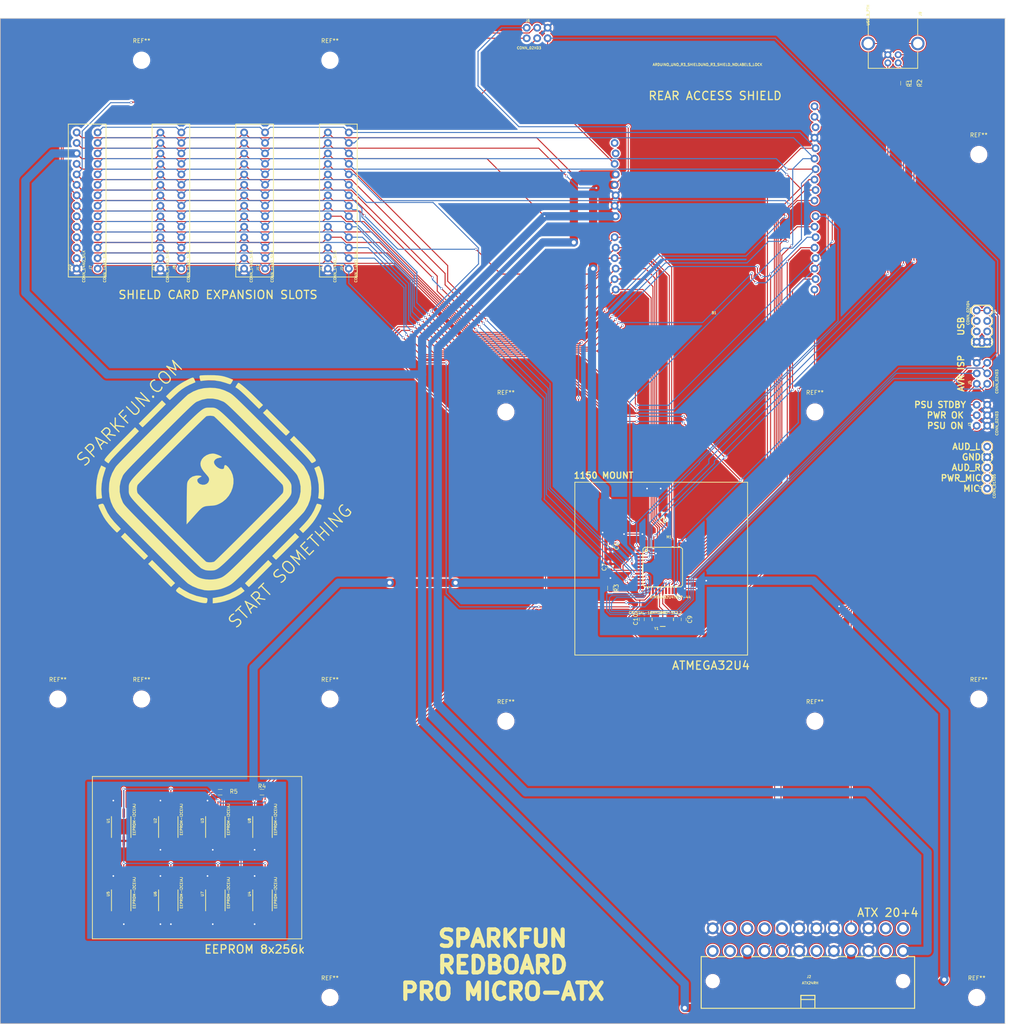
<source format=kicad_pcb>
(kicad_pcb (version 20221018) (generator pcbnew)
  (layers (0 "F.Cu" signal) (31 "B.Cu" signal) (34 "B.Paste" user) (35 "F.Paste" user) (36 "B.SilkS" user "B.Silkscreen") (37 "F.SilkS" user "F.Silkscreen") (38 "B.Mask" user) (39 "F.Mask" user) (44 "Edge.Cuts" user))
  (net 0 "")
  (net 1 "GND")
  (net 2 "Net-(C6-Pad1)")
  (net 3 "/UVCC")
  (net 4 "Net-(C8-Pad1)")
  (net 5 "Net-(C9-Pad1)")
  (net 6 "Net-(C10-Pad1)")
  (net 7 "/MIC")
  (net 8 "/PWR_MIC")
  (net 9 "/AUD_R")
  (net 10 "/AUD_L")
  (net 11 "3.3V")
  (net 12 "Net-(J2-Pad2)")
  (net 13 "5V")
  (net 14 "Net-(J2-Pad6)")
  (net 15 "/PWR_OK")
  (net 16 "/STDBY")
  (net 17 "12V")
  (net 18 "Net-(J2-Pad11)")
  (net 19 "Net-(J2-Pad12)")
  (net 20 "Net-(J2-Pad13)")
  (net 21 "Net-(J2-Pad14)")
  (net 22 "/PS_ON")
  (net 23 "Net-(J2-Pad20)")
  (net 24 "Net-(J2-Pad21)")
  (net 25 "Net-(J2-Pad22)")
  (net 26 "Net-(J2-Pad23)")
  (net 27 "/USB-")
  (net 28 "/USB+")
  (net 29 "/MISO")
  (net 30 "/SCK")
  (net 31 "/MOSI")
  (net 32 "/RESET")
  (net 33 "/D0")
  (net 34 "/D1")
  (net 35 "/D2")
  (net 36 "/D3")
  (net 37 "/D4")
  (net 38 "/D5")
  (net 39 "/D6")
  (net 40 "/D7")
  (net 41 "/D8")
  (net 42 "/D9")
  (net 43 "/D10")
  (net 44 "/D11")
  (net 45 "/D12")
  (net 46 "/D13")
  (net 47 "Net-(J9-PadD+)")
  (net 48 "Net-(J9-PadD-)")
  (net 49 "Net-(J9-PadSHLD)")
  (net 50 "/A5")
  (net 51 "/A4")
  (net 52 "/A3")
  (net 53 "/A2")
  (net 54 "/A1")
  (net 55 "/A0")
  (net 56 "/SS")
  (net 57 "/D-")
  (net 58 "/D+")
  (net 59 "/TXLED")
  (net 60 "Net-(M1-Pad33)")
  (net 61 "Net-(B1-PadAREF)")
  (net 62 "Net-(B1-PadIORE)")
  (footprint "Mounting_Holes:MountingHole_3.7mm" (layer "F.Cu") (at 272.288 61.214)
    (fp_text reference "REF**")
    (fp_text value "MountingHole_3.7mm")
  )
  (footprint "Mounting_Holes:MountingHole_3.7mm" (layer "F.Cu") (at 69.088 38.354)
    (fp_text reference "REF**")
    (fp_text value "MountingHole_3.7mm")
  )
  (footprint "Mounting_Holes:MountingHole_3.7mm" (layer "F.Cu") (at 114.808 38.354)
    (fp_text reference "REF**")
    (fp_text value "MountingHole_3.7mm")
  )
  (footprint "Mounting_Holes:MountingHole_3.7mm" (layer "F.Cu") (at 114.808 193.294)
    (fp_text reference "REF**")
    (fp_text value "MountingHole_3.7mm")
  )
  (footprint "Mounting_Holes:MountingHole_3.7mm" (layer "F.Cu") (at 69.088 193.294)
    (fp_text reference "REF**")
    (fp_text value "MountingHole_3.7mm")
  )
  (footprint "Mounting_Holes:MountingHole_3.7mm" (layer "F.Cu") (at 48.768 193.294)
    (fp_text reference "REF**")
    (fp_text value "MountingHole_3.7mm")
  )
  (footprint "Mounting_Holes:MountingHole_3.7mm" (layer "F.Cu") (at 272.288 193.294)
    (fp_text reference "REF**")
    (fp_text value "MountingHole_3.7mm")
  )
  (footprint "Mounting_Holes:MountingHole_3.7mm" (layer "F.Cu") (at 114.808 265.684)
    (fp_text reference "REF**")
    (fp_text value "MountingHole_3.7mm")
  )
  (footprint "Mounting_Holes:MountingHole_3.7mm" (layer "F.Cu") (at 271.78 265.684)
    (fp_text reference "REF**")
    (fp_text value "MountingHole_3.7mm")
  )
  (footprint "Capacitors_SMD:C_0603" (layer "F.Cu") (at 182.88 156.21 -90)
    (fp_text reference "C6")
    (fp_text value "1.0UF-0603-16V-10%")
  )
  (footprint "Capacitors_SMD:C_0603" (layer "F.Cu") (at 182.88 161.29 90)
    (fp_text reference "C7")
    (fp_text value "1.0UF-0603-16V-10%")
  )
  (footprint "Capacitors_SMD:C_0603" (layer "F.Cu") (at 195.58 148.59 180)
    (fp_text reference "C8")
    (fp_text value "0.1UF-0603-100V-10%")
  )
  (footprint "Capacitors_SMD:C_0603" (layer "F.Cu") (at 200.66 173.99 -90)
    (fp_text reference "C9")
    (fp_text value "22PF-0603-50V-5%")
  )
  (footprint "Capacitors_SMD:C_0603" (layer "F.Cu") (at 190.5 173.99 90)
    (fp_text reference "C10")
    (fp_text value "22PF-0603-50V-5%")
  )
  (footprint "Connectors:1X05" (layer "F.Cu") (at 274.32 142.24 90)
    (fp_text reference "J1")
    (fp_text value "CONN_01X05")
  )
  (footprint "Connectors:ATX24_RIGHT_ANGLE" (layer "F.Cu") (at 230.80218 259.17906)
    (fp_text reference "J2")
    (fp_text value "ATX24RH")
  )
  (footprint "Connectors:2X3-NS" (layer "F.Cu") (at 273.05 124.46 90)
    (fp_text reference "J3")
    (fp_text value "CONN_02X03")
  )
  (footprint "Connectors:2X4" (layer "F.Cu") (at 273.05 102.87 -90)
    (fp_text reference "J4")
    (fp_text value "CONN_02X04")
  )
  (footprint "Connectors:2X3-NS" (layer "F.Cu") (at 273.05 114.3 90)
    (fp_text reference "J5")
    (fp_text value "CONN_02X03")
  )
  (footprint "Connectors:2X3-NS" (layer "F.Cu") (at 165.1 31.75)
    (fp_text reference "J6")
    (fp_text value "CONN_02X03")
  )
  (footprint "1X14_NO_SILK" (layer "F.Cu") (at 58.42 88.9 90)
    (fp_text reference "J7")
    (fp_text value "CONN_14NO_SILK")
  )
  (footprint "1X14_NO_SILK" (layer "F.Cu") (at 78.74 88.9 90)
    (fp_text reference "J8")
    (fp_text value "CONN_14NO_SILK")
  )
  (footprint "Connectors:USB-B-PTH" (layer "F.Cu") (at 251.46 33.02 -90)
    (fp_text reference "J9")
    (fp_text value "USB_B_PTH")
  )
  (footprint "1X14_NO_SILK" (layer "F.Cu") (at 53.34 88.9 90)
    (fp_text reference "J10")
    (fp_text value "CONN_14NO_SILK")
  )
  (footprint "1X14_NO_SILK" (layer "F.Cu") (at 73.66 88.9 90)
    (fp_text reference "J11")
    (fp_text value "CONN_14NO_SILK")
  )
  (footprint "1X14_NO_SILK" (layer "F.Cu") (at 99.06 88.9 90)
    (fp_text reference "J12")
    (fp_text value "CONN_14NO_SILK")
  )
  (footprint "1X14_NO_SILK" (layer "F.Cu") (at 119.38 88.9 90)
    (fp_text reference "J14")
    (fp_text value "CONN_14NO_SILK")
  )
  (footprint "1X14_NO_SILK" (layer "F.Cu") (at 93.98 88.9 90)
    (fp_text reference "J15")
    (fp_text value "CONN_14NO_SILK")
  )
  (footprint "1X14_NO_SILK" (layer "F.Cu") (at 114.3 88.9 90)
    (fp_text reference "J17")
    (fp_text value "CONN_14NO_SILK")
  )
  (footprint "IC:TQFP44" (layer "F.Cu") (at 195.58 161.29)
    (fp_text reference "M1")
    (fp_text value "ATMEGA32U4TQFP-44")
  )
  (footprint "Resistors_SMD:R_0603" (layer "F.Cu") (at 254 43.93 -90)
    (fp_text reference "R1")
    (fp_text value "22OHM")
  )
  (footprint "Resistors_SMD:R_0603" (layer "F.Cu") (at 256.54 43.93 -90)
    (fp_text reference "R2")
    (fp_text value "22OHM")
  )
  (footprint "Resistors_SMD:R_0603" (layer "F.Cu") (at 182.88 166.37 -90)
    (fp_text reference "R3")
    (fp_text value "10KOHM-0603-1_10W-1%")
  )
  (footprint "Clocks:CRYSTAL-SMD-5X3.2-4PAD" (layer "F.Cu") (at 195.58 173.99 180)
    (fp_text reference "Y1")
    (fp_text value "CRYSTAL-16MHZSMD-5X3.2")
  )
  (footprint "UNO_R3_SHIELD_NOLABELS_LOCK" (layer "F.Cu") (at 208.28 69.85 180)
    (fp_text reference "B1")
    (fp_text value "ARDUINO_UNO_R3_SHIELDUNO_R3_SHIELD_NOLABELS_LOCK")
  )
  (footprint "Mounting_Holes:MountingHole_3.7mm" (layer "F.Cu") (at 157.51 123.668)
    (fp_text reference "REF**")
    (fp_text value "MountingHole_3.7mm")
  )
  (footprint "Mounting_Holes:MountingHole_3.7mm" (layer "F.Cu") (at 232.51 123.668)
    (fp_text reference "REF**")
    (fp_text value "MountingHole_3.7mm")
  )
  (footprint "Mounting_Holes:MountingHole_3.7mm" (layer "F.Cu") (at 232.51 198.668)
    (fp_text reference "REF**")
    (fp_text value "MountingHole_3.7mm")
  )
  (footprint "Mounting_Holes:MountingHole_3.7mm" (layer "F.Cu") (at 157.51 198.668)
    (fp_text reference "REF**")
    (fp_text value "MountingHole_3.7mm")
  )
  (footprint "Resistors_SMD:R_0603" (layer "F.Cu") (at 98.31 215.9)
    (fp_text reference "R4")
    (fp_text value "4.7KOHM")
  )
  (footprint "Resistors_SMD:R_0603" (layer "F.Cu") (at 88.15 215.9)
    (fp_text reference "R5")
    (fp_text value "4.7KOHM")
  )
  (footprint "SO08-EIAJ" (layer "F.Cu") (at 64.135 224.3328)
    (fp_text reference "U1")
    (fp_text value "EEPROM-I2CEIAJ")
  )
  (footprint "SO08-EIAJ" (layer "F.Cu") (at 75.565 224.3328)
    (fp_text reference "U2")
    (fp_text value "EEPROM-I2CEIAJ")
  )
  (footprint "SO08-EIAJ" (layer "F.Cu") (at 86.995 224.3328)
    (fp_text reference "U3")
    (fp_text value "EEPROM-I2CEIAJ")
  )
  (footprint "SO08-EIAJ" (layer "F.Cu") (at 98.425 242.1128)
    (fp_text reference "U4")
    (fp_text value "EEPROM-I2CEIAJ")
  )
  (footprint "SO08-EIAJ" (layer "F.Cu") (at 64.135 242.1128)
    (fp_text reference "U5")
    (fp_text value "EEPROM-I2CEIAJ")
  )
  (footprint "SO08-EIAJ" (layer "F.Cu") (at 75.565 242.1128)
    (fp_text reference "U6")
    (fp_text value "EEPROM-I2CEIAJ")
  )
  (footprint "SO08-EIAJ" (layer "F.Cu") (at 86.995 242.1128)
    (fp_text reference "U7")
    (fp_text value "EEPROM-I2CEIAJ")
  )
  (footprint "SO08-EIAJ" (layer "F.Cu") (at 98.425 224.3328)
    (fp_text reference "U8")
    (fp_text value "EEPROM-I2CEIAJ")
  )
  (footprint "Custom_Silk:FLAME" (layer "F.Cu") (at 85.725 142.367)
    (fp_text reference "G***" hide)
    (fp_text value "LOGO" hide)
  )
  (gr_line (start 71.628 53.848) (end 80.772 53.848) (stroke (width 0.2)) (layer "F.SilkS"))
  (gr_line (start 80.772 53.848) (end 80.772 90.932) (stroke (width 0.2)) (layer "F.SilkS"))
  (gr_line (start 80.772 90.932) (end 71.628 90.932) (stroke (width 0.2)) (layer "F.SilkS"))
  (gr_line (start 71.628 90.932) (end 71.628 53.848) (stroke (width 0.2)) (layer "F.SilkS"))
  (gr_line (start 91.948 53.848) (end 101.092 53.848) (stroke (width 0.2)) (layer "F.SilkS"))
  (gr_line (start 101.092 53.848) (end 101.092 90.932) (stroke (width 0.2)) (layer "F.SilkS"))
  (gr_line (start 101.092 90.932) (end 91.948 90.932) (stroke (width 0.2)) (layer "F.SilkS"))
  (gr_line (start 91.948 90.932) (end 91.948 53.848) (stroke (width 0.2)) (layer "F.SilkS"))
  (gr_line (start 112.268 53.848) (end 121.412 53.848) (stroke (width 0.2)) (layer "F.SilkS"))
  (gr_line (start 121.412 53.848) (end 121.412 90.932) (stroke (width 0.2)) (layer "F.SilkS"))
  (gr_line (start 121.412 90.932) (end 112.268 90.932) (stroke (width 0.2)) (layer "F.SilkS"))
  (gr_line (start 112.268 90.932) (end 112.268 53.848) (stroke (width 0.2)) (layer "F.SilkS"))
  (gr_line (start 107.95 251.46) (end 57.15 251.46) (stroke (width 0.2)) (layer "F.SilkS"))
  (gr_line (start 57.15 212.09) (end 107.95 212.09) (stroke (width 0.2)) (layer "F.SilkS"))
  (gr_line (start 216.154 182.626) (end 216.154 140.716) (stroke (width 0.2)) (layer "F.SilkS"))
  (gr_line (start 60.452 90.932) (end 51.308 90.932) (stroke (width 0.2)) (layer "F.SilkS"))
  (gr_line (start 51.308 53.848) (end 60.452 53.848) (stroke (width 0.2)) (layer "F.SilkS"))
  (gr_line (start 107.95 212.09) (end 107.95 251.46) (stroke (width 0.2)) (layer "F.SilkS"))
  (gr_line (start 275.844 116.205) (end 275.844 117.475) (stroke (width 0.2)) (layer "F.SilkS"))
  (gr_line (start 174.244 140.716) (end 174.244 182.626) (stroke (width 0.2)) (layer "F.SilkS"))
  (gr_line (start 60.452 53.848) (end 60.452 90.932) (stroke (width 0.2)) (layer "F.SilkS"))
  (gr_line (start 51.308 90.932) (end 51.308 53.848) (stroke (width 0.2)) (layer "F.SilkS"))
  (gr_line (start 57.15 251.46) (end 57.15 212.09) (stroke (width 0.2)) (layer "F.SilkS"))
  (gr_line (start 216.154 140.716) (end 174.244 140.716) (stroke (width 0.2)) (layer "F.SilkS"))
  (gr_line (start 275.844 126.365) (end 275.844 127.635) (stroke (width 0.2)) (layer "F.SilkS"))
  (gr_line (start 174.244 182.626) (end 216.154 182.626) (stroke (width 0.2)) (layer "F.SilkS"))
  (gr_line (start 278.638 272.034) (end 34.798 272.034) (stroke (width 0.15)) (layer "Edge.Cuts"))
  (gr_line (start 34.798 28.194) (end 278.638 28.194) (stroke (width 0.15)) (layer "Edge.Cuts"))
  (gr_line (start 34.798 272.034) (end 34.798 28.194) (stroke (width 0.15)) (layer "Edge.Cuts"))
  (gr_line (start 278.638 28.194) (end 278.638 272.034) (stroke (width 0.15)) (layer "Edge.Cuts"))
  (gr_text "PSU ON" (at 264.16 127) (layer "F.SilkS") (effects (font (size 1.5 1.5) (thickness 0.3))))
  (gr_text "GND" (at 270.51 134.62) (layer "F.SilkS") (effects (font (size 1.5 1.5) (thickness 0.3))))
  (gr_text "USB" (at 267.97 102.87 90) (layer "F.SilkS") (effects (font (size 1.5 1.5) (thickness 0.3))))
  (gr_text "MIC\n" (at 270.51 142.24) (layer "F.SilkS") (effects (font (size 1.5 1.5) (thickness 0.3))))
  (gr_text "AUD_R" (at 269.24 137.16) (layer "F.SilkS") (effects (font (size 1.5 1.5) (thickness 0.3))))
  (gr_text "PSU STDBY" (at 262.89 121.92) (layer "F.SilkS") (effects (font (size 1.5 1.5) (thickness 0.3))))
  (gr_text "AUD_L\n" (at 269.24 132.08) (layer "F.SilkS") (effects (font (size 1.5 1.5) (thickness 0.3))))
  (gr_text "PWR_MIC" (at 267.97 139.7) (layer "F.SilkS") (effects (font (size 1.5 1.5) (thickness 0.3))))
  (gr_text "ATX 20+4" (at 250.19 245.11) (layer "F.SilkS") (effects (font (size 2 2) (thickness 0.3))))
  (gr_text "SHIELD CARD EXPANSION SLOTS\n" (at 87.63 95.25) (layer "F.SilkS") (effects (font (size 2 2) (thickness 0.3))))
  (gr_text "EEPROM 8x256k" (at 96.52 254) (layer "F.SilkS") (effects (font (size 2 2) (thickness 0.3))))
  (gr_text "SPARKFUN\nREDBOARD\nPRO MICRO-ATX" (at 156.718 257.81) (layer "F.SilkS") (effects (font (size 4 4) (thickness 1))))
  (gr_text "1150 MOUNT" (at 181.229 139.065) (layer "F.SilkS") (effects (font (size 1.5 1.5) (thickness 0.3))))
  (gr_text "PWR OK" (at 264.16 124.46) (layer "F.SilkS") (effects (font (size 1.5 1.5) (thickness 0.3))))
  (gr_text "START SOMETHING" (at 105.156 161.036 45) (layer "F.SilkS") (effects (font (size 3 3) (thickness 0.3))))
  (gr_text "SPARKFUN.COM" (at 66.167 123.952 45) (layer "F.SilkS") (effects (font (size 3 3) (thickness 0.3))))
  (gr_text "REAR ACCESS SHIELD" (at 208.28 46.99) (layer "F.SilkS") (effects (font (size 2 2) (thickness 0.3))))
  (gr_text "AVR ISP" (at 267.97 114.3 90) (layer "F.SilkS") (effects (font (size 1.5 1.5) (thickness 0.3))))
  (gr_text "ATMEGA32U4" (at 207.264 185.166) (layer "F.SilkS") (effects (font (size 2 2) (thickness 0.3))))
  (segment (start 194.83 148.59) (end 194.83 142.482) (width 0.25) (layer "F.Cu") (net 1))
  (segment (start 194.83 142.482) (end 195.072 142.24) (width 0.25) (layer "F.Cu") (net 1))
  (via (at 191.77 142.24) (size 0.6) (drill 0.4) (layers "F.Cu" "B.Cu") (net 1))
  (via (at 195.072 142.24) (size 0.6) (drill 0.4) (layers "F.Cu" "B.Cu") (net 1))
  (segment (start 195.072 142.24) (end 191.77 142.24) (width 0.25) (layer "B.Cu") (net 1))
  (segment (start 182.892 155.448) (end 182.88 155.46) (width 0.25) (layer "F.Cu") (net 2))
  (segment (start 184.531 155.448) (end 182.892 155.448) (width 0.25) (layer "F.Cu") (net 2))
  (segment (start 189.78118 161.29) (end 188.78188 161.29) (width 0.25) (layer "F.Cu") (net 2))
  (segment (start 188.087 160.59512) (end 188.087 159.893) (width 0.25) (layer "F.Cu") (net 2))
  (segment (start 188.78188 161.29) (end 188.087 160.59512) (width 0.25) (layer "F.Cu") (net 2))
  (via (at 184.531 155.448) (size 0.6) (drill 0.4) (layers "F.Cu" "B.Cu") (net 2))
  (via (at 188.087 159.893) (size 0.6) (drill 0.4) (layers "F.Cu" "B.Cu") (net 2))
  (segment (start 188.087 159.893) (end 188.087 159.004) (width 0.25) (layer "B.Cu") (net 2))
  (segment (start 188.087 159.004) (end 184.531 155.448) (width 0.25) (layer "B.Cu") (net 2))
  (segment (start 250.21032 38.99916) (end 250.21032 90.14968) (width 0.25) (layer "F.Cu") (net 3))
  (segment (start 189.88532 157.988) (end 189.78118 158.09214) (width 0.25) (layer "F.Cu") (net 3))
  (segment (start 185.928 160.94602) (end 185.928 161.925) (width 0.25) (layer "F.Cu") (net 3))
  (segment (start 185.928 162.08756) (end 182.92756 162.08756) (width 0.25) (layer "F.Cu") (net 3))
  (segment (start 189.78118 162.08756) (end 185.928 162.08756) (width 0.25) (layer "F.Cu") (net 3))
  (segment (start 189.78118 158.09214) (end 188.78188 158.09214) (width 0.25) (layer "F.Cu") (net 3))
  (segment (start 188.78188 158.09214) (end 185.928 160.94602) (width 0.25) (layer "F.Cu") (net 3))
  (segment (start 182.92756 162.08756) (end 182.88 162.04) (width 0.25) (layer "F.Cu") (net 3))
  (segment (start 185.928 161.925) (end 185.928 162.08756) (width 0.25) (layer "F.Cu") (net 3))
  (segment (start 191.516 157.988) (end 189.88532 157.988) (width 0.25) (layer "F.Cu") (net 3))
  (via (at 250.21032 90.14968) (size 0.6) (drill 0.4) (layers "F.Cu" "B.Cu") (net 3))
  (via (at 191.516 157.988) (size 0.6) (drill 0.4) (layers "F.Cu" "B.Cu") (net 3))
  (segment (start 204.47 135.89) (end 250.21032 90.14968) (width 0.25) (layer "B.Cu") (net 3))
  (segment (start 192.024 157.48) (end 191.516 157.988) (width 0.25) (layer "B.Cu") (net 3))
  (segment (start 204.47 136.144) (end 192.024 148.59) (width 0.25) (layer "B.Cu") (net 3))
  (segment (start 192.024 148.59) (end 192.024 157.48) (width 0.25) (layer "B.Cu") (net 3))
  (segment (start 204.47 136.144) (end 204.47 135.89) (width 0.25) (layer "B.Cu") (net 3))
  (segment (start 193.408419 153.936581) (end 193.675 153.67) (width 0.25) (layer "F.Cu") (net 4))
  (segment (start 193.257241 156.565481) (end 193.473419 156.565481) (width 0.25) (layer "F.Cu") (net 4))
  (segment (start 193.408419 156.500481) (end 193.408419 153.936581) (width 0.25) (layer "F.Cu") (net 4))
  (segment (start 193.18224 155.49118) (end 193.18224 156.49048) (width 0.25) (layer "F.Cu") (net 4))
  (segment (start 196.215 149.86) (end 196.215 148.705) (width 0.25) (layer "F.Cu") (net 4))
  (segment (start 193.473419 156.565481) (end 193.408419 156.500481) (width 0.25) (layer "F.Cu") (net 4))
  (segment (start 196.215 148.705) (end 196.33 148.59) (width 0.25) (layer "F.Cu") (net 4))
  (segment (start 193.18224 156.49048) (end 193.257241 156.565481) (width 0.25) (layer "F.Cu") (net 4))
  (via (at 193.675 153.67) (size 0.6) (drill 0.4) (layers "F.Cu" "B.Cu") (net 4))
  (via (at 196.215 149.86) (size 0.6) (drill 0.4) (layers "F.Cu" "B.Cu") (net 4))
  (segment (start 193.675 153.67) (end 196.215 151.13) (width 0.25) (layer "B.Cu") (net 4))
  (segment (start 196.215 151.13) (end 196.215 149.86) (width 0.25) (layer "B.Cu") (net 4))
  (segment (start 197.42912 172.84192) (end 199.00392 172.84192) (width 0.25) (layer "F.Cu") (net 5))
  (segment (start 197.42912 172.04201) (end 195.58 170.19289) (width 0.25) (layer "F.Cu") (net 5))
  (segment (start 195.58 170.19289) (end 195.58 168.08812) (width 0.25) (layer "F.Cu") (net 5))
  (segment (start 199.00392 172.84192) (end 199.402 173.24) (width 0.25) (layer "F.Cu") (net 5))
  (segment (start 195.58 168.08812) (end 195.58 167.08882) (width 0.25) (layer "F.Cu") (net 5))
  (segment (start 199.402 173.24) (end 200.66 173.24) (width 0.25) (layer "F.Cu") (net 5))
  (segment (start 197.42912 172.84192) (end 197.42912 172.04201) (width 0.25) (layer "F.Cu") (net 5))
  (segment (start 191.758 174.74) (end 190.5 174.74) (width 0.25) (layer "F.Cu") (net 6))
  (segment (start 194.93084 175.13808) (end 195.58 174.48892) (width 0.25) (layer "F.Cu") (net 6))
  (segment (start 194.78244 170.90644) (end 194.78244 167.08882) (width 0.25) (layer "F.Cu") (net 6))
  (segment (start 192.15608 175.13808) (end 191.758 174.74) (width 0.25) (layer "F.Cu") (net 6))
  (segment (start 195.58 174.48892) (end 195.58 171.704) (width 0.25) (layer "F.Cu") (net 6))
  (segment (start 193.73088 175.13808) (end 192.15608 175.13808) (width 0.25) (layer "F.Cu") (net 6))
  (segment (start 193.73088 175.13808) (end 194.93084 175.13808) (width 0.25) (layer "F.Cu") (net 6))
  (segment (start 195.58 171.704) (end 194.78244 170.90644) (width 0.25) (layer "F.Cu") (net 6))
  (segment (start 92.704801 57.155199) (end 74.935199 57.155199) (width 0.25) (layer "F.Cu") (net 11))
  (segment (start 114.3 55.88) (end 113.024801 57.155199) (width 0.25) (layer "F.Cu") (net 11))
  (segment (start 174.879 67.056) (end 175.895 66.04) (width 2) (layer "F.Cu") (net 11))
  (segment (start 94.919799 56.819799) (end 93.98 55.88) (width 0.25) (layer "F.Cu") (net 11))
  (segment (start 113.024801 57.155199) (end 95.255199 57.155199) (width 0.25) (layer "F.Cu") (net 11))
  (segment (start 93.98 55.88) (end 92.704801 57.155199) (width 0.25) (layer "F.Cu") (net 11))
  (segment (start 54.279799 56.819799) (end 53.34 55.88) (width 0.25) (layer "F.Cu") (net 11))
  (segment (start 74.935199 57.155199) (end 74.599799 56.819799) (width 0.25) (layer "F.Cu") (net 11))
  (segment (start 73.66 55.88) (end 72.384801 57.155199) (width 0.25) (layer "F.Cu") (net 11))
  (segment (start 114.3 55.88) (end 115.564801 57.144801) (width 0.25) (layer "F.Cu") (net 11))
  (segment (start 164.967801 57.144801) (end 174.879 67.056) (width 0.25) (layer "F.Cu") (net 11))
  (segment (start 95.255199 57.155199) (end 94.919799 56.819799) (width 0.25) (layer "F.Cu") (net 11))
  (segment (start 173.99 68.58) (end 173.99 67.945) (width 2) (layer "F.Cu") (net 11))
  (segment (start 115.564801 57.144801) (end 164.967801 57.144801) (width 0.25) (layer "F.Cu") (net 11))
  (segment (start 54.615199 57.155199) (end 54.279799 56.819799) (width 0.25) (layer "F.Cu") (net 11))
  (segment (start 173.99 82.55) (end 173.99 68.58) (width 2) (layer "F.Cu") (net 11))
  (segment (start 74.599799 56.819799) (end 73.66 55.88) (width 0.25) (layer "F.Cu") (net 11))
  (segment (start 175.895 66.04) (end 184.15 66.04) (width 2) (layer "F.Cu") (net 11))
  (segment (start 173.99 67.945) (end 174.879 67.056) (width 2) (layer "F.Cu") (net 11))
  (segment (start 72.384801 57.155199) (end 54.615199 57.155199) (width 0.25) (layer "F.Cu") (net 11))
  (via (at 173.99 82.55) (size 2) (drill 1) (layers "F.Cu" "B.Cu") (net 11))
  (segment (start 255.950234 254.4191) (end 255.988334 254.381) (width 2) (layer "B.Cu") (net 11))
  (segment (start 140.97 194.564) (end 140.97 108.077) (width 2) (layer "B.Cu") (net 11))
  (segment (start 140.97 108.077) (end 166.497 82.55) (width 2) (layer "B.Cu") (net 11))
  (segment (start 259.842 230.505) (end 245.237 215.9) (width 2) (layer "B.Cu") (net 11))
  (segment (start 259.842 254.381) (end 259.842 252.235434) (width 2) (layer "B.Cu") (net 11))
  (segment (start 255.988334 254.381) (end 259.842 254.381) (width 2) (layer "B.Cu") (net 11))
  (segment (start 253.90094 254.4191) (end 255.950234 254.4191) (width 2) (layer "B.Cu") (net 11))
  (segment (start 259.842 252.235434) (end 259.842 230.505) (width 2) (layer "B.Cu") (net 11))
  (segment (start 166.497 82.55) (end 173.99 82.55) (width 2) (layer "B.Cu") (net 11))
  (segment (start 162.306 215.9) (end 140.97 194.564) (width 2) (layer "B.Cu") (net 11))
  (segment (start 245.237 215.9) (end 162.306 215.9) (width 2) (layer "B.Cu") (net 11))
  (segment (start 275.717 119.126) (end 274.066 119.126) (width 0.25) (layer "F.Cu") (net 13))
  (segment (start 76.2 245.491) (end 76.2 247.904) (width 0.25) (layer "F.Cu") (net 13))
  (segment (start 200.61682 155.49118) (end 201.168 154.94) (width 0.25) (layer "F.Cu") (net 13))
  (segment (start 73.66 238.76) (end 73.66 236.22) (width 0.25) (layer "F.Cu") (net 13))
  (segment (start 199.57796 155.49118) (end 200.61682 155.49118) (width 0.25) (layer "F.Cu") (net 13))
  (segment (start 85.09 216.916) (end 86.106 215.9) (width 0.25) (layer "F.Cu") (net 13))
  (segment (start 241.3 263.144) (end 245.872 267.716) (width 2) (layer "F.Cu") (net 13))
  (segment (start 96.52 227.711) (end 96.52 229.87) (width 0.25) (layer "F.Cu") (net 13))
  (segment (start 96.52 238.76) (end 96.52 236.22) (width 0.25) (layer "F.Cu") (net 13))
  (segment (start 265.176 145.796) (end 240.157 170.815) (width 0.25) (layer "F.Cu") (net 13))
  (segment (start 187.198 65.278) (end 183.896 68.58) (width 0.25) (layer "F.Cu") (net 13))
  (segment (start 74.599799 59.359799) (end 73.66 58.42) (width 0.25) (layer "F.Cu") (net 13))
  (segment (start 62.23 236.22) (end 62.23 238.76) (width 0.25) (layer "F.Cu") (net 13))
  (segment (start 206.01686 164.48786) (end 206.121 164.592) (width 0.25) (layer "F.Cu") (net 13))
  (segment (start 165.475801 59.684801) (end 172.212 66.421) (width 0.25) (layer "F.Cu") (net 13))
  (segment (start 54.279799 59.359799) (end 53.34 58.42) (width 0.25) (layer "F.Cu") (net 13))
  (segment (start 64.77 245.491) (end 64.77 247.904) (width 0.25) (layer "F.Cu") (net 13))
  (segment (start 62.23 217.932) (end 62.23 220.98) (width 0.25) (layer "F.Cu") (net 13))
  (segment (start 96.52 216.44) (end 97.06 215.9) (width 0.25) (layer "F.Cu") (net 13))
  (segment (start 72.384801 59.695199) (end 54.615199 59.695199) (width 0.25) (layer "F.Cu") (net 13))
  (segment (start 86.106 215.9) (end 87.4 215.9) (width 0.25) (layer "F.Cu") (net 13))
  (segment (start 97.56 215.7) (end 97.536 215.676) (width 0.25) (layer "F.Cu") (net 13))
  (segment (start 73.66 58.42) (end 72.384801 59.695199) (width 0.25) (layer "F.Cu") (net 13))
  (segment (start 180.213 68.58) (end 179.451 69.342) (width 2) (layer "F.Cu") (net 13))
  (segment (start 193.929 157.988) (end 192.441002 157.988) (width 0.25) (layer "F.Cu") (net 13))
  (segment (start 85.09 217.932) (end 85.09 216.916) (width 0.25) (layer "F.Cu") (net 13))
  (segment (start 193.18224 166.08952) (end 193.929 165.34276) (width 0.25) (layer "F.Cu") (net 13))
  (segment (start 54.615199 59.695199) (end 54.279799 59.359799) (width 0.25) (layer "F.Cu") (net 13))
  (segment (start 192.441002 157.988) (end 191.58204 157.129038) (width 0.25) (layer "F.Cu") (net 13))
  (segment (start 97.06 215.9) (end 97.56 215.9) (width 0.25) (layer "F.Cu") (net 13))
  (segment (start 73.66 247.904) (end 73.66 245.491) (width 0.25) (layer "F.Cu") (net 13))
  (segment (start 275.649077 99.06) (end 276.987 100.397923) (width 0.25) (layer "F.Cu") (net 13))
  (segment (start 271.78 116.84) (end 265.176 123.444) (width 0.25) (layer "F.Cu") (net 13))
  (segment (start 245.872 267.716) (end 257.556 267.716) (width 2) (layer "F.Cu") (net 13))
  (segment (start 85.09 236.22) (end 85.09 238.76) (width 0.25) (layer "F.Cu") (net 13))
  (segment (start 93.98 58.42) (end 92.704801 59.695199) (width 0.25) (layer "F.Cu") (net 13))
  (segment (start 274.066 119.126) (end 271.78 116.84) (width 0.25) (layer "F.Cu") (net 13))
  (segment (start 114.3 58.42) (end 115.564801 59.684801) (width 0.25) (layer "F.Cu") (net 13))
  (segment (start 74.935199 59.695199) (end 74.599799 59.359799) (width 0.25) (layer "F.Cu") (net 13))
  (segment (start 191.58204 155.49118) (end 191.58204 154.24404) (width 0.25) (layer "F.Cu") (net 13))
  (segment (start 113.035199 59.684801) (end 95.244801 59.684801) (width 0.25) (layer "F.Cu") (net 13))
  (segment (start 74.924801 59.684801) (end 74.914403 59.695199) (width 0.25) (layer "F.Cu") (net 13))
  (segment (start 187.198 54.483) (end 187.198 65.278) (width 0.25) (layer "F.Cu") (net 13))
  (segment (start 191.58204 154.24404) (end 191.262 153.924) (width 0.25) (layer "F.Cu") (net 13))
  (segment (start 96.52 245.491) (end 96.52 247.904) (width 0.25) (layer "F.Cu") (net 13))
  (segment (start 191.262 153.924) (end 190.627 153.289) (width 0.25) (layer "F.Cu") (net 13))
  (segment (start 99.06 227.711) (end 97.79 227.711) (width 0.25) (layer "F.Cu") (net 13))
  (segment (start 114.3 58.42) (end 113.035199 59.684801) (width 0.25) (layer "F.Cu") (net 13))
  (segment (start 179.451 69.342) (end 178.689 70.104) (width 2) (layer "F.Cu") (net 13))
  (segment (start 274.32 99.06) (end 275.649077 99.06) (width 0.25) (layer "F.Cu") (net 13))
  (segment (start 203.835 166.497) (end 200.914 166.497) (width 0.25) (layer "F.Cu") (net 13))
  (segment (start 259.588 265.684) (end 263.906 261.366) (width 2) (layer "F.Cu") (net 13))
  (segment (start 97.56 215.9) (end 97.56 215.7) (width 0.25) (layer "F.Cu") (net 13))
  (segment (start 201.37882 164.48786) (end 206.01686 164.48786) (width 0.25) (layer "F.Cu") (net 13))
  (segment (start 96.52 220.98) (end 96.52 217.932) (width 0.25) (layer "F.Cu") (net 13))
  (segment (start 274.32 99.06) (end 272.990923 99.06) (width 0.25) (layer "F.Cu") (net 13))
  (segment (start 73.66 220.98) (end 73.66 217.932) (width 0.25) (layer "F.Cu") (net 13))
  (segment (start 183.896 68.58) (end 180.213 68.58) (width 2) (layer "F.Cu") (net 13))
  (segment (start 73.66 227.711) (end 73.66 229.87) (width 0.25) (layer "F.Cu") (net 13))
  (segment (start 86.36 245.491) (end 86.36 247.904) (width 0.25) (layer "F.Cu") (net 13))
  (segment (start 87.63 245.491) (end 86.36 245.491) (width 0.25) (layer "F.Cu") (net 13))
  (segment (start 193.929 165.34276) (end 193.929 157.988) (width 0.25) (layer "F.Cu") (net 13))
  (segment (start 97.79 245.491) (end 96.52 245.491) (width 0.25) (layer "F.Cu") (net 13))
  (segment (start 180.975 160.782) (end 180.975 152.908) (width 0.25) (layer "F.Cu") (net 13))
  (segment (start 97.79 227.711) (end 96.52 227.711) (width 0.25) (layer "F.Cu") (net 13))
  (segment (start 178.689 70.104) (end 178.689 88.9) (width 2) (layer "F.Cu") (net 13))
  (segment (start 92.704801 59.695199) (end 74.935199 59.695199) (width 0.25) (layer "F.Cu") (net 13))
  (segment (start 265.176 123.444) (end 265.176 145.796) (width 0.25) (layer "F.Cu") (net 13))
  (segment (start 276.987 117.856) (end 275.717 119.126) (width 0.25) (layer "F.Cu") (net 13))
  (segment (start 94.919799 59.359799) (end 93.98 58.42) (width 0.25) (layer "F.Cu") (net 13))
  (segment (start 115.564801 59.684801) (end 165.475801 59.684801) (width 0.25) (layer "F.Cu") (net 13))
  (segment (start 95.244801 59.684801) (end 94.919799 59.359799) (width 0.25) (layer "F.Cu") (net 13))
  (segment (start 191.58204 157.129038) (end 191.58204 155.49118) (width 0.25) (layer "F.Cu") (net 13))
  (segment (start 74.924801 59.684801) (end 73.66 58.42) (width 0.25) (layer "F.Cu") (net 13))
  (segment (start 241.3 254.4191) (end 241.3 263.144) (width 2) (layer "F.Cu") (net 13))
  (segment (start 272.990923 99.06) (end 271.78 99.06) (width 0.25) (layer "F.Cu") (net 13))
  (segment (start 190.627 153.289) (end 186.182 153.289) (width 0.25) (layer "F.Cu") (net 13))
  (segment (start 85.09 220.98) (end 85.09 219.62637) (width 0.25) (layer "F.Cu") (net 13))
  (segment (start 193.18224 167.08882) (end 193.18224 166.08952) (width 0.25) (layer "F.Cu") (net 13))
  (segment (start 129.286 165.1) (end 145.288 165.1) (width 2) (layer "F.Cu") (net 13))
  (segment (start 257.556 267.716) (end 259.588 265.684) (width 2) (layer "F.Cu") (net 13))
  (segment (start 182.88 165.62) (end 182.88 163.957) (width 0.25) (layer "F.Cu") (net 13))
  (segment (start 276.987 100.397923) (end 276.987 117.856) (width 0.25) (layer "F.Cu") (net 13))
  (segment (start 85.09 219.62637) (end 85.09 217.932) (width 0.25) (layer "F.Cu") (net 13))
  (segment (start 240.157 170.815) (end 238.379 170.815) (width 0.25) (layer "F.Cu") (net 13))
  (segment (start 96.52 217.932) (end 96.52 216.44) (width 0.25) (layer "F.Cu") (net 13))
  (segment (start 86.36 227.711) (end 86.36 229.87) (width 0.25) (layer "F.Cu") (net 13))
  (via (at 73.66 217.932) (size 0.6) (drill 0.4) (layers "F.Cu" "B.Cu") (net 13))
  (via (at 73.66 247.904) (size 0.6) (drill 0.4) (layers "F.Cu" "B.Cu") (net 13))
  (via (at 96.52 247.904) (size 0.6) (drill 0.4) (layers "F.Cu" "B.Cu") (net 13))
  (via (at 64.77 247.904) (size 0.6) (drill 0.4) (layers "F.Cu" "B.Cu") (net 13))
  (via (at 86.36 229.87) (size 0.6) (drill 0.4) (layers "F.Cu" "B.Cu") (net 13))
  (via (at 129.286 165.1) (size 2) (drill 1) (layers "F.Cu" "B.Cu") (net 13))
  (via (at 86.36 247.904) (size 0.6) (drill 0.4) (layers "F.Cu" "B.Cu") (net 13))
  (via (at 206.121 164.592) (size 0.6) (drill 0.4) (layers "F.Cu" "B.Cu") (net 13))
  (via (at 187.198 54.483) (size 0.6) (drill 0.4) (layers "F.Cu" "B.Cu") (net 13))
  (via (at 201.168 154.94) (size 0.6) (drill 0.4) (layers "F.Cu" "B.Cu") (net 13))
  (via (at 96.52 236.22) (size 0.6) (drill 0.4) (layers "F.Cu" "B.Cu") (net 13))
  (via (at 96.52 229.87) (size 0.6) (drill 0.4) (layers "F.Cu" "B.Cu") (net 13))
  (via (at 85.09 217.932) (size 0.6) (drill 0.4) (layers "F.Cu" "B.Cu") (net 13))
  (via (at 96.52 217.932) (size 0.6) (drill 0.4) (layers "F.Cu" "B.Cu") (net 13))
  (via (at 145.288 165.1) (size 2) (drill 1) (layers "F.Cu" "B.Cu") (net 13))
  (via (at 73.66 229.87) (size 0.6) (drill 0.4) (layers "F.Cu" "B.Cu") (net 13))
  (via (at 85.09 236.22) (size 0.6) (drill 0.4) (layers "F.Cu" "B.Cu") (net 13))
  (via (at 180.975 152.908) (size 0.6) (drill 0.4) (layers "F.Cu" "B.Cu") (net 13))
  (via (at 238.379 170.815) (size 0.6) (drill 0.4) (layers "F.Cu" "B.Cu") (net 13))
  (via (at 203.835 166.497) (size 0.6) (drill 0.4) (layers "F.Cu" "B.Cu") (net 13))
  (via (at 172.212 66.421) (size 0.6) (drill 0.4) (layers "F.Cu" "B.Cu") (net 13))
  (via (at 73.66 236.22) (size 0.6) (drill 0.4) (layers "F.Cu" "B.Cu") (net 13))
  (via (at 190.627 153.289) (size 0.6) (drill 0.4) (layers "F.Cu" "B.Cu") (net 13))
  (via (at 76.2 247.904) (size 0.6) (drill 0.4) (layers "F.Cu" "B.Cu") (net 13))
  (via (at 182.88 163.957) (size 0.6) (drill 0.4) (layers "F.Cu" "B.Cu") (net 13))
  (via (at 200.914 166.497) (size 0.6) (drill 0.4) (layers "F.Cu" "B.Cu") (net 13))
  (via (at 62.23 236.22) (size 0.6) (drill 0.4) (layers "F.Cu" "B.Cu") (net 13))
  (via (at 178.689 88.9) (size 2) (drill 1) (layers "F.Cu" "B.Cu") (net 13))
  (via (at 179.451 69.342) (size 0.6) (drill 0.4) (layers "F.Cu" "B.Cu") (net 13))
  (via (at 263.906 261.366) (size 2) (drill 1) (layers "F.Cu" "B.Cu") (net 13))
  (via (at 193.929 157.988) (size 0.6) (drill 0.4) (layers "F.Cu" "B.Cu") (net 13))
  (via (at 62.23 217.932) (size 0.6) (drill 0.4) (layers "F.Cu" "B.Cu") (net 13))
  (via (at 180.975 160.782) (size 0.6) (drill 0.4) (layers "F.Cu" "B.Cu") (net 13))
  (via (at 186.182 153.289) (size 0.6) (drill 0.4) (layers "F.Cu" "B.Cu") (net 13))
  (segment (start 160.655 54.483) (end 187.198 54.483) (width 0.25) (layer "B.Cu") (net 13))
  (segment (start 96.52 217.932) (end 96.52 216.662) (width 0.25) (layer "B.Cu") (net 13))
  (segment (start 96.52 236.22) (end 85.09 236.22) (width 0.25) (layer "B.Cu") (net 13))
  (segment (start 150.749 36.195) (end 150.749 44.577) (width 0.25) (layer "B.Cu") (net 13))
  (segment (start 182.88 162.687) (end 180.975 160.782) (width 0.25) (layer "B.Cu") (net 13))
  (segment (start 181.61 142.24) (end 181.61 145.415) (width 2) (layer "B.Cu") (net 13))
  (segment (start 232.156 164.592) (end 206.121 164.592) (width 2) (layer "B.Cu") (net 13))
  (segment (start 96.266 185.674) (end 116.84 165.1) (width 2) (layer "B.Cu") (net 13))
  (segment (start 238.379 170.815) (end 232.156 164.592) (width 2) (layer "B.Cu") (net 13))
  (segment (start 145.288 165.1) (end 182.372 165.1) (width 2) (layer "B.Cu") (net 13))
  (segment (start 263.906 196.342) (end 238.379 170.815) (width 2) (layer "B.Cu") (net 13))
  (segment (start 96.52 216.662) (end 96.266 216.408) (width 0.25) (layer "B.Cu") (net 13))
  (segment (start 76.2 247.904) (end 73.66 247.904) (width 0.25) (layer "B.Cu") (net 13))
  (segment (start 206.121 164.592) (end 205.105 164.592) (width 2) (layer "B.Cu") (net 13))
  (segment (start 178.689 88.9) (end 178.389001 89.199999) (width 2) (layer "B.Cu") (net 13))
  (segment (start 201.168 155.702) (end 199.771 157.099) (width 0.25) (layer "B.Cu") (net 13))
  (segment (start 182.88 163.957) (end 182.88 162.687) (width 0.25) (layer "B.Cu") (net 13))
  (segment (start 172.212 66.421) (end 175.133 69.342) (width 0.25) (layer "B.Cu") (net 13))
  (segment (start 73.66 236.22) (end 62.23 236.22) (width 0.25) (layer "B.Cu") (net 13))
  (segment (start 204.216 166.497) (end 203.835 166.497) (width 0.25) (layer "B.Cu") (net 13))
  (segment (start 206.121 164.592) (end 204.216 166.497) (width 0.25) (layer "B.Cu") (net 13))
  (segment (start 156.464 30.48) (end 150.749 36.195) (width 0.25) (layer "B.Cu") (net 13))
  (segment (start 175.133 69.342) (end 179.451 69.342) (width 0.25) (layer "B.Cu") (net 13))
  (segment (start 201.168 154.94) (end 201.168 155.702) (width 0.25) (layer "B.Cu") (net 13))
  (segment (start 178.389001 139.019001) (end 181.61 142.24) (width 2) (layer "B.Cu") (net 13))
  (segment (start 150.749 44.577) (end 160.655 54.483) (width 0.25) (layer "B.Cu") (net 13))
  (segment (start 162.56 30.48) (end 156.464 30.48) (width 0.25) (layer "B.Cu") (net 13))
  (segment (start 263.906 261.366) (end 263.906 196.342) (width 2) (layer "B.Cu") (net 13))
  (segment (start 96.266 216.408) (end 96.266 185.674) (width 2) (layer "B.Cu") (net 13))
  (segment (start 116.84 165.1) (end 129.286 165.1) (width 2) (layer "B.Cu") (net 13))
  (segment (start 178.389001 89.199999) (end 178.389001 139.019001) (width 2) (layer "B.Cu") (net 13))
  (segment (start 226.568 252.35408) (end 226.568 245.618) (width 0.25) (layer "F.Cu") (net 15))
  (segment (start 224.50298 254.4191) (end 226.568 252.35408) (width 0.25) (layer "F.Cu") (net 15))
  (segment (start 224.282 243.332) (end 224.282 188.214) (width 0.25) (layer "F.Cu") (net 15))
  (segment (start 266.13401 127.05799) (end 268.732 124.46) (width 0.25) (layer "F.Cu") (net 15))
  (segment (start 226.568 245.618) (end 224.282 243.332) (width 0.25) (layer "F.Cu") (net 15))
  (segment (start 268.732 124.46) (end 271.78 124.46) (width 0.25) (layer "F.Cu") (net 15))
  (segment (start 266.13401 146.36199) (end 266.13401 127.05799) (width 0.25) (layer "F.Cu") (net 15))
  (segment (start 224.282 188.214) (end 266.13401 146.36199) (width 0.25) (layer "F.Cu") (net 15))
  (segment (start 265.684 125.222) (end 268.986 121.92) (width 0.25) (layer "F.Cu") (net 16))
  (segment (start 268.986 121.92) (end 271.78 121.92) (width 0.25) (layer "F.Cu") (net 16))
  (segment (start 222.728909 251.994551) (end 222.728909 189.005091) (width 0.25) (layer "F.Cu") (net 16))
  (segment (start 222.728909 189.005091) (end 265.684 146.05) (width 0.25) (layer "F.Cu") (net 16))
  (segment (start 265.684 146.05) (end 265.684 125.222) (width 0.25) (layer "F.Cu") (net 16))
  (segment (start 220.30436 254.4191) (end 222.728909 251.994551) (width 0.25) (layer "F.Cu") (net 16))
  (segment (start 114.3 60.96) (end 113.024801 62.235199) (width 0.25) (layer "F.Cu") (net 17))
  (segment (start 94.919799 61.899799) (end 93.98 60.96) (width 0.25) (layer "F.Cu") (net 17))
  (segment (start 74.924801 62.224801) (end 74.599799 61.899799) (width 0.25) (layer "F.Cu") (net 17))
  (segment (start 93.98 60.96) (end 92.715199 62.224801) (width 0.25) (layer "F.Cu") (net 17))
  (segment (start 74.935199 62.235199) (end 73.66 60.96) (width 0.25) (layer "F.Cu") (net 17))
  (segment (start 72.395199 62.224801) (end 54.604801 62.224801) (width 0.25) (layer "F.Cu") (net 17))
  (segment (start 95.255199 62.235199) (end 94.919799 61.899799) (width 0.25) (layer "F.Cu") (net 17))
  (segment (start 54.615199 62.235199) (end 53.34 60.96) (width 0.25) (layer "F.Cu") (net 17))
  (segment (start 152.902801 62.224801) (end 166.878 76.2) (width 0.25) (layer "F.Cu") (net 17))
  (segment (start 114.3 60.96) (end 115.564801 62.224801) (width 0.25) (layer "F.Cu") (net 17))
  (segment (start 216.1032 254.4191) (end 216.1032 263.4488) (width 2) (layer "F.Cu") (net 17))
  (segment (start 54.279799 61.899799) (end 53.34 60.96) (width 0.25) (layer "F.Cu") (net 17))
  (segment (start 216.008069 263.543931) (end 211.328 268.224) (width 2) (layer "F.Cu") (net 17))
  (segment (start 113.024801 62.235199) (end 95.255199 62.235199) (width 0.25) (layer "F.Cu") (net 17))
  (segment (start 115.564801 62.224801) (end 152.902801 62.224801) (width 0.25) (layer "F.Cu") (net 17))
  (segment (start 92.715199 62.224801) (end 74.924801 62.224801) (width 0.25) (layer "F.Cu") (net 17))
  (segment (start 211.328 268.224) (end 200.914 268.224) (width 2) (layer "F.Cu") (net 17))
  (segment (start 73.66 60.96) (end 72.395199 62.224801) (width 0.25) (layer "F.Cu") (net 17))
  (segment (start 54.604801 62.224801) (end 54.279799 61.899799) (width 0.25) (layer "F.Cu") (net 17))
  (segment (start 216.1032 263.4488) (end 216.008069 263.543931) (width 0.25) (layer "F.Cu") (net 17))
  (segment (start 74.599799 61.899799) (end 73.66 60.96) (width 0.25) (layer "F.Cu") (net 17))
  (via (at 200.914 268.224) (size 2) (drill 1) (layers "F.Cu" "B.Cu") (net 17))
  (via (at 166.878 76.2) (size 0.6) (drill 0.4) (layers "F.Cu" "B.Cu") (net 17))
  (segment (start 161.29 81.788) (end 166.878 76.2) (width 2) (layer "B.Cu") (net 17))
  (segment (start 47.498 60.96) (end 40.894 67.564) (width 2) (layer "B.Cu") (net 17))
  (segment (start 60.706 114.554) (end 137.16 114.554) (width 2) (layer "B.Cu") (net 17))
  (segment (start 137.16 105.918) (end 161.29 81.788) (width 2) (layer "B.Cu") (net 17))
  (segment (start 166.878 76.2) (end 184.15 76.2) (width 2) (layer "B.Cu") (net 17))
  (segment (start 40.894 67.564) (end 40.894 94.742) (width 2) (layer "B.Cu") (net 17))
  (segment (start 40.894 94.742) (end 60.706 114.554) (width 2) (layer "B.Cu") (net 17))
  (segment (start 161.185696 81.788) (end 161.29 81.788) (width 0.25) (layer "B.Cu") (net 17))
  (segment (start 200.914 262.382) (end 137.16 198.628) (width 2) (layer "B.Cu") (net 17))
  (segment (start 137.16 198.628) (end 137.16 114.554) (width 2) (layer "B.Cu") (net 17))
  (segment (start 53.34 60.96) (end 47.498 60.96) (width 2) (layer "B.Cu") (net 17))
  (segment (start 137.16 114.554) (end 137.16 105.918) (width 2) (layer "B.Cu") (net 17))
  (segment (start 200.914 268.224) (end 200.914 262.382) (width 2) (layer "B.Cu") (net 17))
  (segment (start 241.3 171.958) (end 266.58402 146.67398) (width 0.25) (layer "F.Cu") (net 22))
  (segment (start 266.58402 132.19598) (end 271.78 127) (width 0.25) (layer "F.Cu") (net 22))
  (segment (start 241.3 248.92) (end 241.3 171.958) (width 0.25) (layer "F.Cu") (net 22))
  (segment (start 266.58402 146.67398) (end 266.58402 132.19598) (width 0.25) (layer "F.Cu") (net 22))
  (segment (start 54.615199 69.855199) (end 54.279799 69.519799) (width 0.25) (layer "F.Cu") (net 29))
  (segment (start 93.98 68.58) (end 92.715199 69.844801) (width 0.25) (layer "F.Cu") (net 29))
  (segment (start 187.25896 165.28796) (end 186.69 164.719) (width 0.25) (layer "F.Cu") (net 29))
  (segment (start 94.919799 69.519799) (end 93.98 68.58) (width 0.25) (layer "F.Cu") (net 29))
  (segment (start 115.575199 69.855199) (end 119.987105 69.855199) (width 0.25) (layer "F.Cu") (net 29))
  (segment (start 113.035199 69.844801) (end 95.244801 69.844801) (width 0.25) (layer "F.Cu") (net 29))
  (segment (start 140.843 90.711094) (end 140.843 94.361) (width 0.25) (layer "F.Cu") (net 29))
  (segment (start 189.78118 165.28796) (end 191.19081 165.28796) (width 0.25) (layer "F.Cu") (net 29))
  (segment (start 54.604801 69.844801) (end 54.279799 69.519799) (width 0.25) (layer "F.Cu") (net 29))
  (segment (start 73.66 68.58) (end 72.395199 69.844801) (width 0.25) (layer "F.Cu") (net 29))
  (segment (start 74.924801 69.844801) (end 74.599799 69.519799) (width 0.25) (layer "F.Cu") (net 29))
  (segment (start 71.202998 33.02) (end 50.038 54.184998) (width 0.25) (layer "F.Cu") (net 29))
  (segment (start 95.244801 69.844801) (end 94.919799 69.519799) (width 0.25) (layer "F.Cu") (net 29))
  (segment (start 162.56 33.02) (end 71.202998 33.02) (width 0.25) (layer "F.Cu") (net 29))
  (segment (start 119.987105 69.855199) (end 140.843 90.711094) (width 0.25) (layer "F.Cu") (net 29))
  (segment (start 74.599799 69.519799) (end 73.66 68.58) (width 0.25) (layer "F.Cu") (net 29))
  (segment (start 191.19081 165.28796) (end 191.574385 164.904385) (width 0.25) (layer "F.Cu") (net 29))
  (segment (start 114.3 68.58) (end 115.575199 69.855199) (width 0.25) (layer "F.Cu") (net 29))
  (segment (start 54.279799 69.519799) (end 53.34 68.58) (width 0.25) (layer "F.Cu") (net 29))
  (segment (start 50.038 54.184998) (end 50.038 65.278) (width 0.25) (layer "F.Cu") (net 29))
  (segment (start 189.78118 165.28796) (end 187.25896 165.28796) (width 0.25) (layer "F.Cu") (net 29))
  (segment (start 74.924801 69.844801) (end 74.914403 69.855199) (width 0.25) (layer "F.Cu") (net 29))
  (segment (start 72.395199 69.844801) (end 54.604801 69.844801) (width 0.25) (layer "F.Cu") (net 29))
  (segment (start 114.3 68.58) (end 113.035199 69.844801) (width 0.25) (layer "F.Cu") (net 29))
  (segment (start 150.241 103.759) (end 149.941001 103.459001) (width 0.25) (layer "F.Cu") (net 29))
  (segment (start 92.715199 69.844801) (end 74.924801 69.844801) (width 0.25) (layer "F.Cu") (net 29))
  (segment (start 50.038 65.278) (end 53.34 68.58) (width 0.25) (layer "F.Cu") (net 29))
  (segment (start 149.941001 103.459001) (end 140.843 94.361) (width 0.25) (layer "F.Cu") (net 29))
  (via (at 150.241 103.759) (size 0.6) (drill 0.4) (layers "F.Cu" "B.Cu") (net 29))
  (via (at 186.69 164.719) (size 0.6) (drill 0.4) (layers "F.Cu" "B.Cu") (net 29))
  (via (at 191.574385 164.904385) (size 0.6) (drill 0.4) (layers "F.Cu" "B.Cu") (net 29))
  (segment (start 181.991 167.767) (end 181.991 171.96082) (width 0.25) (layer "B.Cu") (net 29))
  (segment (start 166.878 120.396) (end 150.241 103.759) (width 0.25) (layer "B.Cu") (net 29))
  (segment (start 202.946 164.244973) (end 251.626172 115.564801) (width 0.25) (layer "B.Cu") (net 29))
  (segment (start 202.946 169.16682) (end 202.946 164.244973) (width 0.25) (layer "B.Cu") (net 29))
  (segment (start 166.878 144.907) (end 166.751 144.78) (width 0.25) (layer "B.Cu") (net 29))
  (segment (start 191.574385 166.601617) (end 190.409002 167.767) (width 0.25) (layer "B.Cu") (net 29))
  (segment (start 182.81919 172.78901) (end 199.323811 172.789009) (width 0.25) (layer "B.Cu") (net 29))
  (segment (start 251.626172 115.564801) (end 266.186801 115.564801) (width 0.25) (layer "B.Cu") (net 29))
  (segment (start 186.69 164.719) (end 177.063992 155.092992) (width 0.25) (layer "B.Cu") (net 29))
  (segment (start 273.055199 118.104801) (end 273.380201 117.779799) (width 0.25) (layer "B.Cu") (net 29))
  (segment (start 190.409002 167.767) (end 181.991 167.767) (width 0.25) (layer "B.Cu") (net 29))
  (segment (start 199.323811 172.789009) (end 202.946 169.16682) (width 0.25) (layer "B.Cu") (net 29))
  (segment (start 191.574385 164.904385) (end 191.574385 166.601617) (width 0.25) (layer "B.Cu") (net 29))
  (segment (start 273.380201 117.779799) (end 274.32 116.84) (width 0.25) (layer "B.Cu") (net 29))
  (segment (start 266.186801 115.564801) (end 268.726801 118.104801) (width 0.25) (layer "B.Cu") (net 29))
  (segment (start 166.878 144.907) (end 166.878 120.396) (width 0.25) (layer "B.Cu") (net 29))
  (segment (start 177.063992 155.092992) (end 166.878 144.907) (width 0.25) (layer "B.Cu") (net 29))
  (segment (start 268.726801 118.104801) (end 273.055199 118.104801) (width 0.25) (layer "B.Cu") (net 29))
  (segment (start 181.991 171.96082) (end 182.81919 172.78901) (width 0.25) (layer "B.Cu") (net 29))
  (segment (start 74.924801 67.304801) (end 74.599799 66.979799) (width 0.25) (layer "F.Cu") (net 30))
  (segment (start 149.606 48.514) (end 66.675 48.514) (width 0.25) (layer "F.Cu") (net 30))
  (segment (start 113.035199 67.304801) (end 95.244801 67.304801) (width 0.25) (layer "F.Cu") (net 30))
  (segment (start 119.987105 67.315199) (end 142.748 90.076094) (width 0.25) (layer "F.Cu") (net 30))
  (segment (start 165.1 33.02) (end 149.606 48.514) (width 0.25) (layer "F.Cu") (net 30))
  (segment (start 189.78118 163.68776) (end 188.19876 163.68776) (width 0.25) (layer "F.Cu") (net 30))
  (segment (start 189.78118 163.68776) (end 191.02324 163.68776) (width 0.25) (layer "F.Cu") (net 30))
  (segment (start 92.715199 67.304801) (end 74.924801 67.304801) (width 0.25) (layer "F.Cu") (net 30))
  (segment (start 93.98 66.04) (end 92.715199 67.304801) (width 0.25) (layer "F.Cu") (net 30))
  (segment (start 191.02324 163.68776) (end 191.516 163.195) (width 0.25) (layer "F.Cu") (net 30))
  (segment (start 54.279799 66.979799) (end 53.34 66.04) (width 0.25) (layer "F.Cu") (net 30))
  (segment (start 115.575199 67.315199) (end 119.987105 67.315199) (width 0.25) (layer "F.Cu") (net 30))
  (segment (start 72.395199 67.304801) (end 54.604801 67.304801) (width 0.25) (layer "F.Cu") (net 30))
  (segment (start 54.604801 67.304801) (end 54.279799 66.979799) (width 0.25) (layer "F.Cu") (net 30))
  (segment (start 74.599799 66.979799) (end 73.66 66.04) (width 0.25) (layer "F.Cu") (net 30))
  (segment (start 54.615199 67.315199) (end 54.279799 66.979799) (width 0.25) (layer "F.Cu") (net 30))
  (segment (start 114.3 66.04) (end 113.035199 67.304801) (width 0.25) (layer "F.Cu") (net 30))
  (segment (start 95.244801 67.304801) (end 94.919799 66.979799) (width 0.25) (layer "F.Cu") (net 30))
  (segment (start 142.748 90.076094) (end 142.748 92.837) (width 0.25) (layer "F.Cu") (net 30))
  (segment (start 73.66 66.04) (end 72.395199 67.304801) (width 0.25) (layer "F.Cu") (net 30))
  (segment (start 74.924801 67.304801) (end 74.914403 67.315199) (width 0.25) (layer "F.Cu") (net 30))
  (segment (start 114.3 66.04) (end 115.575199 67.315199) (width 0.25) (layer "F.Cu") (net 30))
  (segment (start 94.919799 66.979799) (end 93.98 66.04) (width 0.25) (layer "F.Cu") (net 30))
  (segment (start 188.19876 163.68776) (end 187.96 163.449) (width 0.25) (layer "F.Cu") (net 30))
  (segment (start 152.019 102.108) (end 151.719001 101.808001) (width 0.25) (layer "F.Cu") (net 30))
  (segment (start 66.675 48.514) (end 66.548 48.641) (width 0.25) (layer "F.Cu") (net 30))
  (segment (start 151.719001 101.808001) (end 142.748 92.837) (width 0.25) (layer "F.Cu") (net 30))
  (via (at 187.96 163.449) (size 0.6) (drill 0.4) (layers "F.Cu" "B.Cu") (net 30))
  (via (at 191.516 163.195) (size 0.6) (drill 0.4) (layers "F.Cu" "B.Cu") (net 30))
  (via (at 66.548 48.641) (size 0.6) (drill 0.4) (layers "F.Cu" "B.Cu") (net 30))
  (via (at 152.019 102.108) (size 0.6) (drill 0.4) (layers "F.Cu" "B.Cu") (net 30))
  (segment (start 273.055199 113.035199) (end 273.380201 113.360201) (width 0.25) (layer "B.Cu") (net 30))
  (segment (start 192.278 163.195) (end 192.649396 163.566396) (width 0.25) (layer "B.Cu") (net 30))
  (segment (start 184.39298 168.66702) (end 183.134 169.926) (width 0.25) (layer "B.Cu") (net 30))
  (segment (start 199.009 171.831) (end 201.87499 168.96501) (width 0.25) (layer "B.Cu") (net 30))
  (segment (start 61.595 48.641) (end 54.66501 55.57099) (width 0.25) (layer "B.Cu") (net 30))
  (segment (start 152.019 102.235) (end 152.019 102.108) (width 0.25) (layer "B.Cu") (net 30))
  (segment (start 201.87499 164.043163) (end 252.882954 113.035199) (width 0.25) (layer "B.Cu") (net 30))
  (segment (start 192.649395 166.799427) (end 190.781802 168.66702) (width 0.25) (layer "B.Cu") (net 30))
  (segment (start 54.66501 55.57099) (end 54.66501 64.71499) (width 0.25) (layer "B.Cu") (net 30))
  (segment (start 54.279799 65.100201) (end 53.34 66.04) (width 0.25) (layer "B.Cu") (net 30))
  (segment (start 54.66501 64.71499) (end 54.279799 65.100201) (width 0.25) (layer "B.Cu") (net 30))
  (segment (start 201.87499 168.96501) (end 201.87499 164.043163) (width 0.25) (layer "B.Cu") (net 30))
  (segment (start 167.77802 142.342018) (end 167.77802 117.99402) (width 0.25) (layer "B.Cu") (net 30))
  (segment (start 66.548 48.641) (end 61.595 48.641) (width 0.25) (layer "B.Cu") (net 30))
  (segment (start 183.134 171.831) (end 199.009 171.831) (width 0.25) (layer "B.Cu") (net 30))
  (segment (start 190.781802 168.66702) (end 184.39298 168.66702) (width 0.25) (layer "B.Cu") (net 30))
  (segment (start 167.77802 117.99402) (end 152.019 102.235) (width 0.25) (layer "B.Cu") (net 30))
  (segment (start 187.96 162.523998) (end 167.77802 142.342018) (width 0.25) (layer "B.Cu") (net 30))
  (segment (start 252.882954 113.035199) (end 273.055199 113.035199) (width 0.25) (layer "B.Cu") (net 30))
  (segment (start 191.516 163.195) (end 192.278 163.195) (width 0.25) (layer "B.Cu") (net 30))
  (segment (start 273.380201 113.360201) (end 274.32 114.3) (width 0.25) (layer "B.Cu") (net 30))
  (segment (start 183.134 169.926) (end 183.134 171.831) (width 0.25) (layer "B.Cu") (net 30))
  (segment (start 187.96 163.449) (end 187.96 162.523998) (width 0.25) (layer "B.Cu") (net 30))
  (segment (start 192.649396 163.566396) (end 192.649395 166.799427) (width 0.25) (layer "B.Cu") (net 30))
  (segment (start 165.1 30.48) (end 164.431906 30.48) (width 0.25) (layer "F.Cu") (net 31))
  (segment (start 54.615199 72.395199) (end 54.279799 72.059799) (width 0.25) (layer "F.Cu") (net 31))
  (segment (start 114.3 71.12) (end 115.564801 72.384801) (width 0.25) (layer "F.Cu") (net 31))
  (segment (start 71.841787 31.744801) (end 49.58799 53.998598) (width 0.25) (layer "F.Cu") (net 31))
  (segment (start 72.395199 72.384801) (end 54.604801 72.384801) (width 0.25) (layer "F.Cu") (net 31))
  (segment (start 113.035199 72.384801) (end 95.244801 72.384801) (width 0.25) (layer "F.Cu") (net 31))
  (segment (start 94.919799 72.059799) (end 93.98 71.12) (width 0.25) (layer "F.Cu") (net 31))
  (segment (start 49.58799 67.36799) (end 52.400201 70.180201) (width 0.25) (layer "F.Cu") (net 31))
  (segment (start 93.98 71.12) (end 92.715199 72.384801) (width 0.25) (layer "F.Cu") (net 31))
  (segment (start 74.924801 72.384801) (end 74.599799 72.059799) (width 0.25) (layer "F.Cu") (net 31))
  (segment (start 114.3 71.12) (end 113.035199 72.384801) (width 0.25) (layer "F.Cu") (net 31))
  (segment (start 191.107025 164.48786) (end 191.557941 164.036944) (width 0.25) (layer "F.Cu") (net 31))
  (segment (start 52.400201 70.180201) (end 53.34 71.12) (width 0.25) (layer "F.Cu") (net 31))
  (segment (start 74.924801 72.384801) (end 74.914403 72.395199) (width 0.25) (layer "F.Cu") (net 31))
  (segment (start 115.564801 72.384801) (end 121.025801 72.384801) (width 0.25) (layer "F.Cu") (net 31))
  (segment (start 189.78118 164.48786) (end 187.72886 164.48786) (width 0.25) (layer "F.Cu") (net 31))
  (segment (start 73.66 71.12) (end 72.395199 72.384801) (width 0.25) (layer "F.Cu") (net 31))
  (segment (start 95.244801 72.384801) (end 94.919799 72.059799) (width 0.25) (layer "F.Cu") (net 31))
  (segment (start 121.025801 72.384801) (end 139.7 91.059) (width 0.25) (layer "F.Cu") (net 31))
  (segment (start 189.78118 164.48786) (end 191.107025 164.48786) (width 0.25) (layer "F.Cu") (net 31))
  (segment (start 163.167105 31.744801) (end 71.841787 31.744801) (width 0.25) (layer "F.Cu") (net 31))
  (segment (start 164.431906 30.48) (end 163.167105 31.744801) (width 0.25) (layer "F.Cu") (net 31))
  (segment (start 92.715199 72.384801) (end 74.924801 72.384801) (width 0.25) (layer "F.Cu") (net 31))
  (segment (start 74.599799 72.059799) (end 73.66 71.12) (width 0.25) (layer "F.Cu") (net 31))
  (segment (start 54.604801 72.384801) (end 54.279799 72.059799) (width 0.25) (layer "F.Cu") (net 31))
  (segment (start 150.830001 102.697001) (end 141.859 93.726) (width 0.25) (layer "F.Cu") (net 31))
  (segment (start 187.72886 164.48786) (end 187.325 164.084) (width 0.25) (layer "F.Cu") (net 31))
  (segment (start 54.279799 72.059799) (end 53.34 71.12) (width 0.25) (layer "F.Cu") (net 31))
  (segment (start 151.13 102.997) (end 150.830001 102.697001) (width 0.25) (layer "F.Cu") (net 31))
  (segment (start 49.58799 53.998598) (end 49.58799 67.36799) (width 0.25) (layer "F.Cu") (net 31))
  (via (at 141.859 93.726) (size 0.6) (drill 0.4) (layers "F.Cu" "B.Cu") (net 31))
  (via (at 191.557941 164.036944) (size 0.6) (drill 0.4) (layers "F.Cu" "B.Cu") (net 31))
  (via (at 139.7 91.059) (size 0.6) (drill 0.4) (layers "F.Cu" "B.Cu") (net 31))
  (via (at 151.13 102.997) (size 0.6) (drill 0.4) (layers "F.Cu" "B.Cu") (net 31))
  (via (at 187.325 164.084) (size 0.6) (drill 0.4) (layers "F.Cu" "B.Cu") (net 31))
  (segment (start 151.13 103.124) (end 151.13 102.997) (width 0.25) (layer "B.Cu") (net 31))
  (segment (start 139.7 91.059) (end 139.7 91.567) (width 0.25) (layer "B.Cu") (net 31))
  (segment (start 192.022943 164.336943) (end 191.85794 164.336943) (width 0.25) (layer "B.Cu") (net 31))
  (segment (start 252.254563 114.3) (end 202.438 164.116563) (width 0.25) (layer "B.Cu") (net 31))
  (segment (start 182.626 171.95941) (end 182.626 168.72501) (width 0.25) (layer "B.Cu") (net 31))
  (segment (start 202.438 169.03841) (end 199.13741 172.339) (width 0.25) (layer "B.Cu") (net 31))
  (segment (start 192.199386 164.513386) (end 192.022943 164.336943) (width 0.25) (layer "B.Cu") (net 31))
  (segment (start 167.32801 143.662746) (end 167.32801 119.32201) (width 0.25) (layer "B.Cu") (net 31))
  (segment (start 191.85794 164.336943) (end 191.557941 164.036944) (width 0.25) (layer "B.Cu") (net 31))
  (segment (start 139.7 91.567) (end 141.859 93.726) (width 0.25) (layer "B.Cu") (net 31))
  (segment (start 167.32801 119.32201) (end 151.13 103.124) (width 0.25) (layer "B.Cu") (net 31))
  (segment (start 199.13741 172.339) (end 183.00559 172.339) (width 0.25) (layer "B.Cu") (net 31))
  (segment (start 202.438 164.116563) (end 202.438 169.03841) (width 0.25) (layer "B.Cu") (net 31))
  (segment (start 182.626 168.72501) (end 183.134 168.21701) (width 0.25) (layer "B.Cu") (net 31))
  (segment (start 183.00559 172.339) (end 182.626 171.95941) (width 0.25) (layer "B.Cu") (net 31))
  (segment (start 187.325 163.659736) (end 167.32801 143.662746) (width 0.25) (layer "B.Cu") (net 31))
  (segment (start 271.78 114.3) (end 252.254563 114.3) (width 0.25) (layer "B.Cu") (net 31))
  (segment (start 192.199386 166.613026) (end 192.199386 164.513386) (width 0.25) (layer "B.Cu") (net 31))
  (segment (start 190.595402 168.21701) (end 192.199386 166.613026) (width 0.25) (layer "B.Cu") (net 31))
  (segment (start 183.134 168.21701) (end 190.595402 168.21701) (width 0.25) (layer "B.Cu") (net 31))
  (segment (start 187.325 164.084) (end 187.325 163.659736) (width 0.25) (layer "B.Cu") (net 31))
  (segment (start 189.992 169.291) (end 189.992 170.688) (width 0.25) (layer "F.Cu") (net 32))
  (segment (start 191.17926 169.291) (end 192.38214 168.08812) (width 0.25) (layer "F.Cu") (net 32))
  (segment (start 273.055199 113.024801) (end 273.380201 112.699799) (width 0.25) (layer "F.Cu") (net 32))
  (segment (start 190.881 179.832) (end 202.819 179.832) (width 0.25) (layer "F.Cu") (net 32))
  (segment (start 187.325 176.276) (end 190.881 179.832) (width 0.25) (layer "F.Cu") (net 32))
  (segment (start 192.38214 168.08812) (end 192.38214 167.08882) (width 0.25) (layer "F.Cu") (net 32))
  (segment (start 189.103 169.291) (end 189.992 169.291) (width 0.25) (layer "F.Cu") (net 32))
  (segment (start 167.64 47.244) (end 183.896 63.5) (width 0.25) (layer "F.Cu") (net 32))
  (segment (start 182.88 167.12) (end 186.932 167.12) (width 0.25) (layer "F.Cu") (net 32))
  (segment (start 187.325 173.355) (end 187.325 176.276) (width 0.25) (layer "F.Cu") (net 32))
  (segment (start 202.819 179.832) (end 269.626199 113.024801) (width 0.25) (layer "F.Cu") (net 32))
  (segment (start 269.626199 113.024801) (end 273.055199 113.024801) (width 0.25) (layer "F.Cu") (net 32))
  (segment (start 189.992 169.291) (end 191.17926 169.291) (width 0.25) (layer "F.Cu") (net 32))
  (segment (start 189.992 170.688) (end 187.325 173.355) (width 0.25) (layer "F.Cu") (net 32))
  (segment (start 273.380201 112.699799) (end 274.32 111.76) (width 0.25) (layer "F.Cu") (net 32))
  (segment (start 167.64 33.02) (end 167.64 47.244) (width 0.25) (layer "F.Cu") (net 32))
  (segment (start 186.932 167.12) (end 189.103 169.291) (width 0.25) (layer "F.Cu") (net 32))
  (segment (start 222.885 33.02) (end 276.86 86.995) (width 0.25) (layer "B.Cu") (net 32))
  (segment (start 167.64 33.02) (end 222.885 33.02) (width 0.25) (layer "B.Cu") (net 32))
  (segment (start 276.86 86.995) (end 276.86 109.22) (width 0.25) (layer "B.Cu") (net 32))
  (segment (start 276.86 109.22) (end 274.32 111.76) (width 0.25) (layer "B.Cu") (net 32))
  (segment (start 232.41 114.3) (end 228.473 118.237) (width 0.25) (layer "F.Cu") (net 33))
  (segment (start 198.540281 165.526999) (end 197.97776 166.08952) (width 0.25) (layer "F.Cu") (net 33))
  (segment (start 200.66 126.365) (end 214.376 140.081) (width 0.25) (layer "F.Cu") (net 33))
  (segment (start 199.136 165.227) (end 198.836001 165.526999) (width 0.25) (layer "F.Cu") (net 33))
  (segment (start 214.412002 140.081) (end 214.539002 140.208) (width 0.25) (layer "F.Cu") (net 33))
  (segment (start 232.41 93.98) (end 232.41 114.3) (width 0.25) (layer "F.Cu") (net 33))
  (segment (start 167.890721 110.234131) (end 183.64059 125.984) (width 0.25) (layer "F.Cu") (net 33))
  (segment (start 197.97776 166.08952) (end 197.97776 167.08882) (width 0.25) (layer "F.Cu") (net 33))
  (segment (start 214.376 140.081) (end 214.412002 140.081) (width 0.25) (layer "F.Cu") (net 33))
  (segment (start 198.836001 165.526999) (end 198.540281 165.526999) (width 0.25) (layer "F.Cu") (net 33))
  (segment (start 183.64059 125.984) (end 189.23 125.984) (width 0.25) (layer "F.Cu") (net 33))
  (segment (start 137.158131 110.234131) (end 167.890721 110.234131) (width 0.25) (layer "F.Cu") (net 33))
  (segment (start 132.588 105.664) (end 137.158131 110.234131) (width 0.25) (layer "F.Cu") (net 33))
  (via (at 199.136 165.227) (size 0.6) (drill 0.4) (layers "F.Cu" "B.Cu") (net 33))
  (via (at 132.588 105.664) (size 0.6) (drill 0.4) (layers "F.Cu" "B.Cu") (net 33))
  (via (at 200.66 126.365) (size 0.6) (drill 0.4) (layers "F.Cu" "B.Cu") (net 33))
  (via (at 228.473 118.237) (size 0.6) (drill 0.4) (layers "F.Cu" "B.Cu") (net 33))
  (via (at 214.539002 140.208) (size 0.6) (drill 0.4) (layers "F.Cu" "B.Cu") (net 33))
  (via (at 189.23 125.984) (size 0.6) (drill 0.4) (layers "F.Cu" "B.Cu") (net 33))
  (segment (start 99.06 88.9) (end 97.795199 87.635199) (width 0.25) (layer "B.Cu") (net 33))
  (segment (start 59.684801 87.635199) (end 59.359799 87.960201) (width 0.25) (layer "B.Cu") (net 33))
  (segment (start 100.324801 87.635199) (end 99.999799 87.960201) (width 0.25) (layer "B.Cu") (net 33))
  (segment (start 78.74 88.9) (end 77.475199 87.635199) (width 0.25) (layer "B.Cu") (net 33))
  (segment (start 77.475199 87.635199) (end 59.684801 87.635199) (width 0.25) (layer "B.Cu") (net 33))
  (segment (start 79.679799 87.960201) (end 78.74 88.9) (width 0.25) (layer "B.Cu") (net 33))
  (segment (start 97.795199 87.635199) (end 80.004801 87.635199) (width 0.25) (layer "B.Cu") (net 33))
  (segment (start 189.23 125.984) (end 200.279 125.984) (width 0.25) (layer "B.Cu") (net 33))
  (segment (start 80.004801 87.635199) (end 79.679799 87.960201) (width 0.25) (layer "B.Cu") (net 33))
  (segment (start 99.999799 87.960201) (end 99.06 88.9) (width 0.25) (layer "B.Cu") (net 33))
  (segment (start 119.38 92.456) (end 132.588 105.664) (width 0.25) (layer "B.Cu") (net 33))
  (segment (start 119.38 88.9) (end 118.115199 87.635199) (width 0.25) (layer "B.Cu") (net 33))
  (segment (start 228.473 126.274002) (end 214.539002 140.208) (width 0.25) (layer "B.Cu") (net 33))
  (segment (start 214.539002 140.208) (end 199.136 155.611002) (width 0.25) (layer "B.Cu") (net 33))
  (segment (start 59.359799 87.960201) (end 58.42 88.9) (width 0.25) (layer "B.Cu") (net 33))
  (segment (start 118.115199 87.635199) (end 100.324801 87.635199) (width 0.25) (layer "B.Cu") (net 33))
  (segment (start 199.136 155.611002) (end 199.136 165.227) (width 0.25) (layer "B.Cu") (net 33))
  (segment (start 119.38 88.9) (end 119.38 92.456) (width 0.25) (layer "B.Cu") (net 33))
  (segment (start 200.279 125.984) (end 200.66 126.365) (width 0.25) (layer "B.Cu") (net 33))
  (segment (start 228.473 118.237) (end 228.473 126.274002) (width 0.25) (layer "B.Cu") (net 33))
  (segment (start 210.566 134.62) (end 210.693 134.62) (width 0.25) (layer "F.Cu") (net 34))
  (segment (start 133.35 104.902) (end 138.232121 109.784121) (width 0.25) (layer "F.Cu") (net 34))
  (segment (start 138.232121 109.784121) (end 168.077121 109.784121) (width 0.25) (layer "F.Cu") (net 34))
  (segment (start 198.77786 168.04386) (end 199.644 168.91) (width 0.25) (layer "F.Cu") (net 34))
  (segment (start 229.743 91.44) (end 232.664 91.44) (width 0.25) (layer "F.Cu") (net 34))
  (segment (start 227.076 94.107) (end 229.743 91.44) (width 0.25) (layer "F.Cu") (net 34))
  (segment (start 168.077121 109.784121) (end 183.007 124.714) (width 0.25) (layer "F.Cu") (net 34))
  (segment (start 183.007 124.714) (end 189.23 124.714) (width 0.25) (layer "F.Cu") (net 34))
  (segment (start 200.66 124.714) (end 210.566 134.62) (width 0.25) (layer "F.Cu") (net 34))
  (segment (start 227.076 118.237) (end 227.076 94.107) (width 0.25) (layer "F.Cu") (net 34))
  (segment (start 198.77786 167.08882) (end 198.77786 168.04386) (width 0.25) (layer "F.Cu") (net 34))
  (via (at 227.076 118.237) (size 0.6) (drill 0.4) (layers "F.Cu" "B.Cu") (net 34))
  (via (at 199.644 168.91) (size 0.6) (drill 0.4) (layers "F.Cu" "B.Cu") (net 34))
  (via (at 189.23 124.714) (size 0.6) (drill 0.4) (layers "F.Cu" "B.Cu") (net 34))
  (via (at 210.693 134.62) (size 0.6) (drill 0.4) (layers "F.Cu" "B.Cu") (net 34))
  (via (at 133.35 104.902) (size 0.6) (drill 0.4) (layers "F.Cu" "B.Cu") (net 34))
  (via (at 200.66 124.714) (size 0.6) (drill 0.4) (layers "F.Cu" "B.Cu") (net 34))
  (segment (start 58.42 86.36) (end 59.684801 85.095199) (width 0.25) (layer "B.Cu") (net 34))
  (segment (start 198.374 146.939) (end 210.693 134.62) (width 0.25) (layer "B.Cu") (net 34))
  (segment (start 198.374 167.64) (end 198.374 146.939) (width 0.25) (layer "B.Cu") (net 34))
  (segment (start 118.115199 85.095199) (end 118.440201 85.420201) (width 0.25) (layer "B.Cu") (net 34))
  (segment (start 100.324801 85.095199) (end 118.115199 85.095199) (width 0.25) (layer "B.Cu") (net 34))
  (segment (start 118.440201 85.420201) (end 119.38 86.36) (width 0.25) (layer "B.Cu") (net 34))
  (segment (start 80.004801 85.095199) (end 97.795199 85.095199) (width 0.25) (layer "B.Cu") (net 34))
  (segment (start 97.795199 85.095199) (end 98.120201 85.420201) (width 0.25) (layer "B.Cu") (net 34))
  (segment (start 199.644 168.91) (end 198.374 167.64) (width 0.25) (layer "B.Cu") (net 34))
  (segment (start 189.23 124.714) (end 200.66 124.714) (width 0.25) (layer "B.Cu") (net 34))
  (segment (start 133.35 104.53202) (end 133.35 104.902) (width 0.25) (layer "B.Cu") (net 34))
  (segment (start 210.693 134.62) (end 227.076 118.237) (width 0.25) (layer "B.Cu") (net 34))
  (segment (start 77.475199 85.095199) (end 77.800201 85.420201) (width 0.25) (layer "B.Cu") (net 34))
  (segment (start 59.684801 85.095199) (end 77.475199 85.095199) (width 0.25) (layer "B.Cu") (net 34))
  (segment (start 98.120201 85.420201) (end 99.06 86.36) (width 0.25) (layer "B.Cu") (net 34))
  (segment (start 78.74 86.36) (end 80.004801 85.095199) (width 0.25) (layer "B.Cu") (net 34))
  (segment (start 119.38 86.36) (end 125.603 86.36) (width 0.25) (layer "B.Cu") (net 34))
  (segment (start 132.77299 103.95501) (end 133.35 104.53202) (width 0.25) (layer "B.Cu") (net 34))
  (segment (start 132.77299 93.52999) (end 132.77299 103.95501) (width 0.25) (layer "B.Cu") (net 34))
  (segment (start 99.06 86.36) (end 100.324801 85.095199) (width 0.25) (layer "B.Cu") (net 34))
  (segment (start 77.800201 85.420201) (end 78.74 86.36) (width 0.25) (layer "B.Cu") (net 34))
  (segment (start 125.603 86.36) (end 132.77299 93.52999) (width 0.25) (layer "B.Cu") (net 34))
  (segment (start 100.33 240.792) (end 98.552 242.57) (width 0.25) (layer "F.Cu") (net 35))
  (segment (start 197.17766 167.08882) (end 197.17766 165.02634) (width 0.25) (layer "F.Cu") (net 35))
  (segment (start 98.806 224.536) (end 93.218 224.536) (width 0.25) (layer "F.Cu") (net 35))
  (segment (start 88.9 238.76) (end 88.9 241.808) (width 0.25) (layer "F.Cu") (net 35))
  (segment (start 132.207 103.886) (end 134.493 103.886) (width 0.25) (layer "F.Cu") (net 35))
  (segment (start 164.592 170.942) (end 165.481 170.942) (width 0.25) (layer "F.Cu") (net 35))
  (segment (start 131.191 105.791) (end 131.191 104.902) (width 0.25) (layer "F.Cu") (net 35))
  (segment (start 66.04 222.758) (end 66.04 220.98) (width 0.25) (layer "F.Cu") (net 35))
  (segment (start 235.712 85.598) (end 233.349799 87.960201) (width 0.25) (layer "F.Cu") (net 35))
  (segment (start 100.33 213.868) (end 102.87 211.328) (width 0.25) (layer "F.Cu") (net 35))
  (segment (start 139.941111 109.334111) (end 175.374111 109.334111) (width 0.25) (layer "F.Cu") (net 35))
  (segment (start 77.47 238.76) (end 77.47 241.808) (width 0.25) (layer "F.Cu") (net 35))
  (segment (start 197.17766 165.02634) (end 197.358 164.846) (width 0.25) (layer "F.Cu") (net 35))
  (segment (start 143.002 111.76) (end 137.16 111.76) (width 0.25) (layer "F.Cu") (net 35))
  (segment (start 88.9 223.266) (end 88.9 224.536) (width 0.25) (layer "F.Cu") (net 35))
  (segment (start 100.33 220.98) (end 100.33 213.868) (width 0.25) (layer "F.Cu") (net 35))
  (segment (start 112.522 211.328) (end 124.206 211.328) (width 0.25) (layer "F.Cu") (net 35))
  (segment (start 233.349799 87.960201) (end 232.41 88.9) (width 0.25) (layer "F.Cu") (net 35))
  (segment (start 98.552 242.57) (end 93.218 242.57) (width 0.25) (layer "F.Cu") (net 35))
  (segment (start 124.206 211.328) (end 164.592 170.942) (width 0.25) (layer "F.Cu") (net 35))
  (segment (start 93.218 242.57) (end 88.9 242.57) (width 0.25) (layer "F.Cu") (net 35))
  (segment (start 134.493 103.886) (end 139.941111 109.334111) (width 0.25) (layer "F.Cu") (net 35))
  (segment (start 88.9 220.98) (end 88.9 219.62637) (width 0.25) (layer "F.Cu") (net 35))
  (segment (start 77.47 224.536) (end 67.818 224.536) (width 0.25) (layer "F.Cu") (net 35))
  (segment (start 88.9 241.808) (end 88.9 242.57) (width 0.25) (layer "F.Cu") (net 35))
  (segment (start 232.41 52.07) (end 235.712 55.372) (width 0.25) (layer "F.Cu") (net 35))
  (segment (start 175.374111 109.334111) (end 188.930001 122.890001) (width 0.25) (layer "F.Cu") (net 35))
  (segment (start 88.9 242.57) (end 77.47 242.57) (width 0.25) (layer "F.Cu") (net 35))
  (segment (start 77.47 241.808) (end 77.47 242.57) (width 0.25) (layer "F.Cu") (net 35))
  (segment (start 88.9 224.536) (end 77.47 224.536) (width 0.25) (layer "F.Cu") (net 35))
  (segment (start 235.712 55.372) (end 235.712 85.598) (width 0.25) (layer "F.Cu") (net 35))
  (segment (start 100.33 223.012) (end 98.806 224.536) (width 0.25) (layer "F.Cu") (net 35))
  (segment (start 66.04 240.792) (end 66.04 238.76) (width 0.25) (layer "F.Cu") (net 35))
  (segment (start 88.9 223.266) (end 88.9 223.52) (width 0.25) (layer "F.Cu") (net 35))
  (segment (start 77.47 220.98) (end 77.47 223.52) (width 0.25) (layer "F.Cu") (net 35))
  (segment (start 137.16 111.76) (end 131.191 105.791) (width 0.25) (layer "F.Cu") (net 35))
  (segment (start 88.9 219.62637) (end 88.9 215.9) (width 0.25) (layer "F.Cu") (net 35))
  (segment (start 131.191 104.902) (end 132.207 103.886) (width 0.25) (layer "F.Cu") (net 35))
  (segment (start 77.47 223.52) (end 77.47 224.536) (width 0.25) (layer "F.Cu") (net 35))
  (segment (start 102.87 211.328) (end 112.522 211.328) (width 0.25) (layer "F.Cu") (net 35))
  (segment (start 88.9 220.98) (end 88.9 223.266) (width 0.25) (layer "F.Cu") (net 35))
  (segment (start 67.818 242.57) (end 66.04 240.792) (width 0.25) (layer "F.Cu") (net 35))
  (segment (start 100.33 220.98) (end 100.33 223.012) (width 0.25) (layer "F.Cu") (net 35))
  (segment (start 93.218 224.536) (end 88.9 224.536) (width 0.25) (layer "F.Cu") (net 35))
  (segment (start 77.47 242.57) (end 67.818 242.57) (width 0.25) (layer "F.Cu") (net 35))
  (segment (start 100.33 238.76) (end 100.33 240.792) (width 0.25) (layer "F.Cu") (net 35))
  (segment (start 188.930001 122.890001) (end 189.23 123.19) (width 0.25) (layer "F.Cu") (net 35))
  (segment (start 165.481 170.942) (end 187.706 170.942) (width 0.25) (layer "F.Cu") (net 35))
  (segment (start 93.218 224.536) (end 93.218 242.57) (width 0.25) (layer "F.Cu") (net 35))
  (segment (start 67.818 224.536) (end 66.04 222.758) (width 0.25) (layer "F.Cu") (net 35))
  (via (at 165.481 170.942) (size 0.6) (drill 0.4) (layers "F.Cu" "B.Cu") (net 35))
  (via (at 187.706 170.942) (size 0.6) (drill 0.4) (layers "F.Cu" "B.Cu") (net 35))
  (via (at 143.002 111.76) (size 0.6) (drill 0.4) (layers "F.Cu" "B.Cu") (net 35))
  (via (at 189.23 123.19) (size 0.6) (drill 0.4) (layers "F.Cu" "B.Cu") (net 35))
  (via (at 197.358 164.846) (size 0.6) (drill 0.4) (layers "F.Cu" "B.Cu") (net 35))
  (via (at 134.493 103.886) (size 0.6) (drill 0.4) (layers "F.Cu" "B.Cu") (net 35))
  (segment (start 187.706 170.942) (end 191.262 170.942) (width 0.25) (layer "B.Cu") (net 35))
  (segment (start 133.223 92.964) (end 133.223 102.616) (width 0.25) (layer "B.Cu") (net 35))
  (segment (start 165.481 170.942) (end 146.304 170.942) (width 0.25) (layer "B.Cu") (net 35))
  (segment (start 100.324801 82.555199) (end 99.999799 82.880201) (width 0.25) (layer "B.Cu") (net 35))
  (segment (start 143.002 167.64) (end 143.002 111.76) (width 0.25) (layer "B.Cu") (net 35))
  (segment (start 59.684801 82.555199) (end 59.359799 82.880201) (width 0.25) (layer "B.Cu") (net 35))
  (segment (start 119.38 83.82) (end 124.079 83.82) (width 0.25) (layer "B.Cu") (net 35))
  (segment (start 78.74 83.82) (end 77.475199 82.555199) (width 0.25) (layer "B.Cu") (net 35))
  (segment (start 79.679799 82.880201) (end 78.74 83.82) (width 0.25) (layer "B.Cu") (net 35))
  (segment (start 133.223 102.616) (end 134.493 103.886) (width 0.25) (layer "B.Cu") (net 35))
  (segment (start 77.475199 82.555199) (end 59.684801 82.555199) (width 0.25) (layer "B.Cu") (net 35))
  (segment (start 97.795199 82.555199) (end 80.004801 82.555199) (width 0.25) (layer "B.Cu") (net 35))
  (segment (start 99.06 83.82) (end 97.795199 82.555199) (width 0.25) (layer "B.Cu") (net 35))
  (segment (start 99.999799 82.880201) (end 99.06 83.82) (width 0.25) (layer "B.Cu") (net 35))
  (segment (start 118.115199 82.555199) (end 100.324801 82.555199) (width 0.25) (layer "B.Cu") (net 35))
  (segment (start 232.41 88.9) (end 198.12 123.19) (width 0.25) (layer "B.Cu") (net 35))
  (segment (start 198.12 123.19) (end 189.23 123.19) (width 0.25) (layer "B.Cu") (net 35))
  (segment (start 191.262 170.942) (end 197.358 164.846) (width 0.25) (layer "B.Cu") (net 35))
  (segment (start 59.359799 82.880201) (end 58.42 83.82) (width 0.25) (layer "B.Cu") (net 35))
  (segment (start 146.304 170.942) (end 143.002 167.64) (width 0.25) (layer "B.Cu") (net 35))
  (segment (start 80.004801 82.555199) (end 79.679799 82.880201) (width 0.25) (layer "B.Cu") (net 35))
  (segment (start 119.38 83.82) (end 118.115199 82.555199) (width 0.25) (layer "B.Cu") (net 35))
  (segment (start 124.079 83.82) (end 133.223 92.964) (width 0.25) (layer "B.Cu") (net 35))
  (segment (start 188.930001 118.154203) (end 179.659899 108.884101) (width 0.25) (layer "F.Cu") (net 36))
  (segment (start 76.2 215.138) (end 76.2 220.98) (width 0.25) (layer "F.Cu") (net 36))
  (segment (start 164.592 169.926) (end 167.132 169.926) (width 0.25) (layer "F.Cu") (net 36))
  (segment (start 232.41 49.53) (end 236.728 53.848) (width 0.25) (layer "F.Cu") (net 36))
  (segment (start 87.63 238.76) (end 87.63 237.40637) (width 0.25) (layer "F.Cu") (net 36))
  (segment (start 99.06 217.932) (end 99.06 215.9) (width 0.25) (layer "F.Cu") (net 36))
  (segment (start 123.952 210.566) (end 164.592 169.926) (width 0.25) (layer "F.Cu") (net 36))
  (segment (start 196.342 164.846) (end 196.342 167.05326) (width 0.25) (layer "F.Cu") (net 36))
  (segment (start 111.506 210.566) (end 123.952 210.566) (width 0.25) (layer "F.Cu") (net 36))
  (segment (start 167.132 169.926) (end 167.132 146.939) (width 0.25) (layer "F.Cu") (net 36))
  (segment (start 64.77 238.76) (end 64.77 233.172) (width 0.25) (layer "F.Cu") (net 36))
  (segment (start 99.06 215.9) (end 99.06 214.122) (width 0.25) (layer "F.Cu") (net 36))
  (segment (start 129.921 109.728) (end 129.921 104.394) (width 0.25) (layer "F.Cu") (net 36))
  (segment (start 102.616 210.566) (end 111.506 210.566) (width 0.25) (layer "F.Cu") (net 36))
  (segment (start 87.63 217.932) (end 87.63 220.98) (width 0.25) (layer "F.Cu") (net 36))
  (segment (start 87.63 237.40637) (end 87.63 233.172) (width 0.25) (layer "F.Cu") (net 36))
  (segment (start 99.06 233.172) (end 99.06 234.95) (width 0.25) (layer "F.Cu") (net 36))
  (segment (start 179.659899 108.884101) (end 185.801 102.743) (width 0.25) (layer "F.Cu") (net 36))
  (segment (start 141.269101 108.884101) (end 179.659899 108.884101) (width 0.25) (layer "F.Cu") (net 36))
  (segment (start 76.2 238.76) (end 76.2 233.172) (width 0.25) (layer "F.Cu") (net 36))
  (segment (start 167.132 169.926) (end 186.69 169.926) (width 0.25) (layer "F.Cu") (net 36))
  (segment (start 188.930001 121.747001) (end 188.930001 118.154203) (width 0.25) (layer "F.Cu") (net 36))
  (segment (start 99.06 234.696) (end 99.06 234.95) (width 0.25) (layer "F.Cu") (net 36))
  (segment (start 129.921 104.394) (end 131.318 102.997) (width 0.25) (layer "F.Cu") (net 36))
  (segment (start 99.06 234.95) (end 99.06 238.76) (width 0.25) (layer "F.Cu") (net 36))
  (segment (start 236.728 53.848) (end 236.728 82.296) (width 0.25) (layer "F.Cu") (net 36))
  (segment (start 99.06 214.122) (end 102.616 210.566) (width 0.25) (layer "F.Cu") (net 36))
  (segment (start 64.77 215.138) (end 64.77 220.98) (width 0.25) (layer "F.Cu") (net 36))
  (segment (start 111.506 210.566) (end 111.76 210.566) (width 0.25) (layer "F.Cu") (net 36))
  (segment (start 196.342 167.05326) (end 196.37756 167.08882) (width 0.25) (layer "F.Cu") (net 36))
  (segment (start 99.06 220.98) (end 99.06 217.932) (width 0.25) (layer "F.Cu") (net 36))
  (segment (start 131.318 102.997) (end 135.382 102.997) (width 0.25) (layer "F.Cu") (net 36))
  (segment (start 135.382 102.997) (end 141.269101 108.884101) (width 0.25) (layer "F.Cu") (net 36))
  (segment (start 167.132 146.939) (end 129.921 109.728) (width 0.25) (layer "F.Cu") (net 36))
  (segment (start 189.23 122.047) (end 188.930001 121.747001) (width 0.25) (layer "F.Cu") (net 36))
  (via (at 87.63 233.172) (size 0.6) (drill 0.4) (layers "F.Cu" "B.Cu") (net 36))
  (via (at 189.23 122.047) (size 0.6) (drill 0.4) (layers "F.Cu" "B.Cu") (net 36))
  (via (at 196.342 164.846) (size 0.6) (drill 0.4) (layers "F.Cu" "B.Cu") (net 36))
  (via (at 185.801 102.743) (size 0.6) (drill 0.4) (layers "F.Cu" "B.Cu") (net 36))
  (via (at 87.63 217.932) (size 0.6) (drill 0.4) (layers "F.Cu" "B.Cu") (net 36))
  (via (at 76.2 215.138) (size 0.6) (drill 0.4) (layers "F.Cu" "B.Cu") (net 36))
  (via (at 99.06 233.172) (size 0.6) (drill 0.4) (layers "F.Cu" "B.Cu") (net 36))
  (via (at 76.2 233.172) (size 0.6) (drill 0.4) (layers "F.Cu" "B.Cu") (net 36))
  (via (at 99.06 217.932) (size 0.6) (drill 0.4) (layers "F.Cu" "B.Cu") (net 36))
  (via (at 236.728 82.296) (size 0.6) (drill 0.4) (layers "F.Cu" "B.Cu") (net 36))
  (via (at 64.77 233.172) (size 0.6) (drill 0.4) (layers "F.Cu" "B.Cu") (net 36))
  (via (at 135.382 102.997) (size 0.6) (drill 0.4) (layers "F.Cu" "B.Cu") (net 36))
  (via (at 64.77 215.138) (size 0.6) (drill 0.4) (layers "F.Cu" "B.Cu") (net 36))
  (via (at 186.69 169.926) (size 0.6) (drill 0.4) (layers "F.Cu" "B.Cu") (net 36))
  (segment (start 122.682 81.28) (end 133.90497 92.50297) (width 0.25) (layer "B.Cu") (net 36))
  (segment (start 84.836 215.138) (end 87.63 217.932) (width 0.25) (layer "B.Cu") (net 36))
  (segment (start 76.2 215.138) (end 84.836 215.138) (width 0.25) (layer "B.Cu") (net 36))
  (segment (start 64.77 215.138) (end 76.2 215.138) (width 0.25) (layer "B.Cu") (net 36))
  (segment (start 191.262 169.926) (end 196.342 164.846) (width 0.25) (layer "B.Cu") (net 36))
  (segment (start 80.004801 80.015199) (end 97.795199 80.015199) (width 0.25) (layer "B.Cu") (net 36))
  (segment (start 64.77 233.172) (end 76.2 233.172) (width 0.25) (layer "B.Cu") (net 36))
  (segment (start 76.2 233.172) (end 87.63 233.172) (width 0.25) (layer "B.Cu") (net 36))
  (segment (start 186.69 169.926) (end 191.262 169.926) (width 0.25) (layer "B.Cu") (net 36))
  (segment (start 133.90497 92.50297) (end 133.90497 101.39297) (width 0.25) (layer "B.Cu") (net 36))
  (segment (start 64.77 233.172) (end 64.77 215.138) (width 0.25) (layer "B.Cu") (net 36))
  (segment (start 118.115199 80.015199) (end 118.440201 80.340201) (width 0.25) (layer "B.Cu") (net 36))
  (segment (start 97.795199 80.015199) (end 98.120201 80.340201) (width 0.25) (layer "B.Cu") (net 36))
  (segment (start 87.63 233.172) (end 94.742 233.172) (width 0.25) (layer "B.Cu") (net 36))
  (segment (start 77.800201 80.340201) (end 78.74 81.28) (width 0.25) (layer "B.Cu") (net 36))
  (segment (start 88.255001 218.557001) (end 98.434999 218.557001) (width 0.25) (layer "B.Cu") (net 36))
  (segment (start 118.440201 80.340201) (end 119.38 81.28) (width 0.25) (layer "B.Cu") (net 36))
  (segment (start 119.38 81.28) (end 122.682 81.28) (width 0.25) (layer "B.Cu") (net 36))
  (segment (start 58.42 81.28) (end 59.684801 80.015199) (width 0.25) (layer "B.Cu") (net 36))
  (segment (start 94.742 233.172) (end 99.06 233.172) (width 0.25) (layer "B.Cu") (net 36))
  (segment (start 59.684801 80.015199) (end 77.475199 80.015199) (width 0.25) (layer "B.Cu") (net 36))
  (segment (start 196.977 122.047) (end 189.23 122.047) (width 0.25) (layer "B.Cu") (net 36))
  (segment (start 232.664 86.36) (end 196.977 122.047) (width 0.25) (layer "B.Cu") (net 36))
  (segment (start 133.90497 101.39297) (end 135.382 102.87) (width 0.25) (layer "B.Cu") (net 36))
  (segment (start 100.324801 80.015199) (end 118.115199 80.015199) (width 0.25) (layer "B.Cu") (net 36))
  (segment (start 135.382 102.87) (end 135.382 102.997) (width 0.25) (layer "B.Cu") (net 36))
  (segment (start 77.475199 80.015199) (end 77.800201 80.340201) (width 0.25) (layer "B.Cu") (net 36))
  (segment (start 99.06 81.28) (end 100.324801 80.015199) (width 0.25) (layer "B.Cu") (net 36))
  (segment (start 78.74 81.28) (end 80.004801 80.015199) (width 0.25) (layer "B.Cu") (net 36))
  (segment (start 98.120201 80.340201) (end 99.06 81.28) (width 0.25) (layer "B.Cu") (net 36))
  (segment (start 87.63 217.932) (end 88.255001 218.557001) (width 0.25) (layer "B.Cu") (net 36))
  (segment (start 98.434999 218.557001) (end 99.06 217.932) (width 0.25) (layer "B.Cu") (net 36))
  (segment (start 236.728 82.296) (end 232.664 86.36) (width 0.25) (layer "B.Cu") (net 36))
  (segment (start 217.17 90.043) (end 217.17 91.313) (width 0.25) (layer "F.Cu") (net 37))
  (segment (start 217.17 91.313) (end 218.186 92.329) (width 0.25) (layer "F.Cu") (net 37))
  (segment (start 136.271 102.235) (end 142.470091 108.434091) (width 0.25) (layer "F.Cu") (net 37))
  (segment (start 206.70412 159.43688) (end 225.806 140.335) (width 0.25) (layer "F.Cu") (net 37))
  (segment (start 229.108 83.82) (end 232.41 83.82) (width 0.25) (layer "F.Cu") (net 37))
  (segment (start 206.629 159.43688) (end 206.70412 159.43688) (width 0.25) (layer "F.Cu") (net 37))
  (segment (start 225.806 87.122) (end 229.108 83.82) (width 0.25) (layer "F.Cu") (net 37))
  (segment (start 202.37812 163.68776) (end 206.629 159.43688) (width 0.25) (layer "F.Cu") (net 37))
  (segment (start 142.470091 108.434091) (end 178.458909 108.434091) (width 0.25) (layer "F.Cu") (net 37))
  (segment (start 225.806 140.335) (end 225.806 87.122) (width 0.25) (layer "F.Cu") (net 37))
  (segment (start 201.37882 163.68776) (end 202.37812 163.68776) (width 0.25) (layer "F.Cu") (net 37))
  (segment (start 178.458909 108.434091) (end 184.912 101.981) (width 0.25) (layer "F.Cu") (net 37))
  (via (at 217.17 90.043) (size 0.6) (drill 0.4) (layers "F.Cu" "B.Cu") (net 37))
  (via (at 225.806 87.122) (size 0.6) (drill 0.4) (layers "F.Cu" "B.Cu") (net 37))
  (via (at 218.186 92.329) (size 0.6) (drill 0.4) (layers "F.Cu" "B.Cu") (net 37))
  (via (at 136.271 102.235) (size 0.6) (drill 0.4) (layers "F.Cu" "B.Cu") (net 37))
  (via (at 184.912 101.981) (size 0.6) (drill 0.4) (layers "F.Cu" "B.Cu") (net 37))
  (segment (start 119.38 78.74) (end 118.115199 77.475199) (width 0.25) (layer "B.Cu") (net 37))
  (segment (start 220.599 92.329) (end 225.806 87.122) (width 0.25) (layer "B.Cu") (net 37))
  (segment (start 121.28359 78.74) (end 134.35498 91.81139) (width 0.25) (layer "B.Cu") (net 37))
  (segment (start 77.475199 77.475199) (end 59.684801 77.475199) (width 0.25) (layer "B.Cu") (net 37))
  (segment (start 59.359799 77.800201) (end 58.42 78.74) (width 0.25) (layer "B.Cu") (net 37))
  (segment (start 184.912 101.981) (end 205.232 101.981) (width 0.25) (layer "B.Cu") (net 37))
  (segment (start 80.004801 77.475199) (end 79.679799 77.800201) (width 0.25) (layer "B.Cu") (net 37))
  (segment (start 134.35498 91.81139) (end 134.35498 100.31898) (width 0.25) (layer "B.Cu") (net 37))
  (segment (start 79.679799 77.800201) (end 78.74 78.74) (width 0.25) (layer "B.Cu") (net 37))
  (segment (start 99.06 78.74) (end 97.795199 77.475199) (width 0.25) (layer "B.Cu") (net 37))
  (segment (start 99.999799 77.800201) (end 99.06 78.74) (width 0.25) (layer "B.Cu") (net 37))
  (segment (start 78.74 78.74) (end 77.475199 77.475199) (width 0.25) (layer "B.Cu") (net 37))
  (segment (start 218.186 92.329) (end 220.599 92.329) (width 0.25) (layer "B.Cu") (net 37))
  (segment (start 134.35498 100.31898) (end 136.271 102.235) (width 0.25) (layer "B.Cu") (net 37))
  (segment (start 118.115199 77.475199) (end 100.324801 77.475199) (width 0.25) (layer "B.Cu") (net 37))
  (segment (start 205.232 101.981) (end 217.17 90.043) (width 0.25) (layer "B.Cu") (net 37))
  (segment (start 100.324801 77.475199) (end 99.999799 77.800201) (width 0.25) (layer "B.Cu") (net 37))
  (segment (start 97.795199 77.475199) (end 80.004801 77.475199) (width 0.25) (layer "B.Cu") (net 37))
  (segment (start 59.684801 77.475199) (end 59.359799 77.800201) (width 0.25) (layer "B.Cu") (net 37))
  (segment (start 119.38 78.74) (end 121.28359 78.74) (width 0.25) (layer "B.Cu") (net 37))
  (segment (start 218.567 88.392) (end 218.567 89.789) (width 0.25) (layer "F.Cu") (net 38))
  (segment (start 177.384919 107.984081) (end 184.15 101.219) (width 0.25) (layer "F.Cu") (net 38))
  (segment (start 221.742 139.312182) (end 221.742 90.17) (width 0.25) (layer "F.Cu") (net 38))
  (segment (start 218.567 89.789) (end 219.583 90.805) (width 0.25) (layer "F.Cu") (net 38))
  (segment (start 201.37882 158.89224) (end 202.161942 158.89224) (width 0.25) (layer "F.Cu") (net 38))
  (segment (start 202.161942 158.89224) (end 221.742 139.312182) (width 0.25) (layer "F.Cu") (net 38))
  (segment (start 143.671081 107.984081) (end 177.384919 107.984081) (width 0.25) (layer "F.Cu") (net 38))
  (segment (start 137.16 101.473) (end 143.671081 107.984081) (width 0.25) (layer "F.Cu") (net 38))
  (via (at 137.16 101.473) (size 0.6) (drill 0.4) (layers "F.Cu" "B.Cu") (net 38))
  (via (at 218.567 88.392) (size 0.6) (drill 0.4) (layers "F.Cu" "B.Cu") (net 38))
  (via (at 221.742 90.17) (size 0.6) (drill 0.4) (layers "F.Cu" "B.Cu") (net 38))
  (via (at 219.583 90.805) (size 0.6) (drill 0.4) (layers "F.Cu" "B.Cu") (net 38))
  (via (at 184.15 101.219) (size 0.6) (drill 0.4) (layers "F.Cu" "B.Cu") (net 38))
  (segment (start 136.906 101.473) (end 137.16 101.473) (width 0.25) (layer "B.Cu") (net 38))
  (segment (start 99.06 76.2) (end 100.324801 74.935199) (width 0.25) (layer "B.Cu") (net 38))
  (segment (start 118.440201 75.260201) (end 119.38 76.2) (width 0.25) (layer "B.Cu") (net 38))
  (segment (start 134.80499 91.62499) (end 134.80499 99.37199) (width 0.25) (layer "B.Cu") (net 38))
  (segment (start 58.42 76.2) (end 59.684801 74.935199) (width 0.25) (layer "B.Cu") (net 38))
  (segment (start 134.80499 99.37199) (end 136.906 101.473) (width 0.25) (layer "B.Cu") (net 38))
  (segment (start 221.107 90.805) (end 221.742 90.17) (width 0.25) (layer "B.Cu") (net 38))
  (segment (start 77.800201 75.260201) (end 78.74 76.2) (width 0.25) (layer "B.Cu") (net 38))
  (segment (start 184.15 101.219) (end 184.449999 100.919001) (width 0.25) (layer "B.Cu") (net 38))
  (segment (start 98.120201 75.260201) (end 99.06 76.2) (width 0.25) (layer "B.Cu") (net 38))
  (segment (start 230.632 81.28) (end 232.664 81.28) (width 0.25) (layer "B.Cu") (net 38))
  (segment (start 184.449999 100.919001) (end 196.977 88.392) (width 0.25) (layer "B.Cu") (net 38))
  (segment (start 77.475199 74.935199) (end 77.800201 75.260201) (width 0.25) (layer "B.Cu") (net 38))
  (segment (start 118.115199 74.935199) (end 118.440201 75.260201) (width 0.25) (layer "B.Cu") (net 38))
  (segment (start 80.004801 74.935199) (end 97.795199 74.935199) (width 0.25) (layer "B.Cu") (net 38))
  (segment (start 100.324801 74.935199) (end 118.115199 74.935199) (width 0.25) (layer "B.Cu") (net 38))
  (segment (start 221.742 90.17) (end 230.632 81.28) (width 0.25) (layer "B.Cu") (net 38))
  (segment (start 196.977 88.392) (end 218.567 88.392) (width 0.25) (layer "B.Cu") (net 38))
  (segment (start 59.684801 74.935199) (end 77.475199 74.935199) (width 0.25) (layer "B.Cu") (net 38))
  (segment (start 78.74 76.2) (end 80.004801 74.935199) (width 0.25) (layer "B.Cu") (net 38))
  (segment (start 97.795199 74.935199) (end 98.120201 75.260201) (width 0.25) (layer "B.Cu") (net 38))
  (segment (start 119.38 76.2) (end 134.80499 91.62499) (width 0.25) (layer "B.Cu") (net 38))
  (segment (start 219.583 90.805) (end 221.107 90.805) (width 0.25) (layer "B.Cu") (net 38))
  (segment (start 225.298 81.661) (end 228.219 78.74) (width 0.25) (layer "F.Cu") (net 39))
  (segment (start 201.37882 162.08756) (end 202.164482 162.08756) (width 0.25) (layer "F.Cu") (net 39))
  (segment (start 137.922 100.711) (end 144.745071 107.534071) (width 0.25) (layer "F.Cu") (net 39))
  (segment (start 176.183929 107.534071) (end 183.261 100.457) (width 0.25) (layer "F.Cu") (net 39))
  (segment (start 224.028 140.224042) (end 224.028 82.931) (width 0.25) (layer "F.Cu") (net 39))
  (segment (start 225.506001 81.996001) (end 225.506001 81.869001) (width 0.25) (layer "F.Cu") (net 39))
  (segment (start 228.219 78.74) (end 232.41 78.74) (width 0.25) (layer "F.Cu") (net 39))
  (segment (start 144.745071 107.534071) (end 176.183929 107.534071) (width 0.25) (layer "F.Cu") (net 39))
  (segment (start 202.164482 162.08756) (end 224.028 140.224042) (width 0.25) (layer "F.Cu") (net 39))
  (segment (start 225.806 82.296) (end 225.506001 81.996001) (width 0.25) (layer "F.Cu") (net 39))
  (segment (start 224.028 82.931) (end 225.298 81.661) (width 0.25) (layer "F.Cu") (net 39))
  (segment (start 225.506001 81.869001) (end 225.298 81.661) (width 0.25) (layer "F.Cu") (net 39))
  (via (at 225.806 82.296) (size 0.6) (drill 0.4) (layers "F.Cu" "B.Cu") (net 39))
  (via (at 183.261 100.457) (size 0.6) (drill 0.4) (layers "F.Cu" "B.Cu") (net 39))
  (via (at 137.922 100.711) (size 0.6) (drill 0.4) (layers "F.Cu" "B.Cu") (net 39))
  (segment (start 80.004801 72.395199) (end 79.679799 72.720201) (width 0.25) (layer "B.Cu") (net 39))
  (segment (start 121.335799 74.599799) (end 122.114989 75.378989) (width 0.25) (layer "B.Cu") (net 39))
  (segment (start 135.255 98.044) (end 137.922 100.711) (width 0.25) (layer "B.Cu") (net 39))
  (segment (start 221.234 82.296) (end 225.806 82.296) (width 0.25) (layer "B.Cu") (net 39))
  (segment (start 122.114989 77.283989) (end 135.255 90.424) (width 0.25) (layer "B.Cu") (net 39))
  (segment (start 122.114989 75.378989) (end 122.114989 77.283989) (width 0.25) (layer "B.Cu") (net 39))
  (segment (start 196.215 87.503) (end 216.027 87.503) (width 0.25) (layer "B.Cu") (net 39))
  (segment (start 99.06 73.66) (end 97.795199 72.395199) (width 0.25) (layer "B.Cu") (net 39))
  (segment (start 100.324801 72.395199) (end 99.999799 72.720201) (width 0.25) (layer "B.Cu") (net 39))
  (segment (start 77.800201 72.720201) (end 78.74 73.66) (width 0.25) (layer "B.Cu") (net 39))
  (segment (start 77.475199 72.395199) (end 77.800201 72.720201) (width 0.25) (layer "B.Cu") (net 39))
  (segment (start 118.115199 72.395199) (end 100.324801 72.395199) (width 0.25) (layer "B.Cu") (net 39))
  (segment (start 99.999799 72.720201) (end 99.06 73.66) (width 0.25) (layer "B.Cu") (net 39))
  (segment (start 135.255 90.424) (end 135.255 98.044) (width 0.25) (layer "B.Cu") (net 39))
  (segment (start 97.795199 72.395199) (end 80.004801 72.395199) (width 0.25) (layer "B.Cu") (net 39))
  (segment (start 120.319799 74.599799) (end 121.335799 74.599799) (width 0.25) (layer "B.Cu") (net 39))
  (segment (start 119.38 73.66) (end 120.319799 74.599799) (width 0.25) (layer "B.Cu") (net 39))
  (segment (start 59.684801 72.395199) (end 77.475199 72.395199) (width 0.25) (layer "B.Cu") (net 39))
  (segment (start 119.38 73.66) (end 118.115199 72.395199) (width 0.25) (layer "B.Cu") (net 39))
  (segment (start 79.679799 72.720201) (end 78.74 73.66) (width 0.25) (layer "B.Cu") (net 39))
  (segment (start 183.261 100.457) (end 196.215 87.503) (width 0.25) (layer "B.Cu") (net 39))
  (segment (start 58.42 73.66) (end 59.684801 72.395199) (width 0.25) (layer "B.Cu") (net 39))
  (segment (start 216.027 87.503) (end 221.234 82.296) (width 0.25) (layer "B.Cu") (net 39))
  (segment (start 189.78118 157.29204) (end 189.78118 156.50718) (width 0.25) (layer "F.Cu") (net 40))
  (segment (start 188.341 150.495) (end 175.133 137.287) (width 0.25) (layer "F.Cu") (net 40))
  (segment (start 175.193675 107.084061) (end 145.819061 107.084061) (width 0.25) (layer "F.Cu") (net 40))
  (segment (start 189.78118 156.50718) (end 189.23 155.956) (width 0.25) (layer "F.Cu") (net 40))
  (segment (start 175.895 106.807) (end 175.470736 106.807) (width 0.25) (layer "F.Cu") (net 40))
  (segment (start 175.133 137.287) (end 175.133 120.269) (width 0.25) (layer "F.Cu") (net 40))
  (segment (start 175.470736 106.807) (end 175.193675 107.084061) (width 0.25) (layer "F.Cu") (net 40))
  (segment (start 145.819061 107.084061) (end 138.684 99.949) (width 0.25) (layer "F.Cu") (net 40))
  (via (at 175.133 120.269) (size 0.6) (drill 0.4) (layers "F.Cu" "B.Cu") (net 40))
  (via (at 189.23 155.956) (size 0.6) (drill 0.4) (layers "F.Cu" "B.Cu") (net 40))
  (via (at 188.341 150.495) (size 0.6) (drill 0.4) (layers "F.Cu" "B.Cu") (net 40))
  (via (at 175.895 106.807) (size 0.6) (drill 0.4) (layers "F.Cu" "B.Cu") (net 40))
  (via (at 138.684 99.949) (size 0.6) (drill 0.4) (layers "F.Cu" "B.Cu") (net 40))
  (segment (start 122.564999 74.304999) (end 122.564999 76.373001) (width 0.25) (layer "B.Cu") (net 40))
  (segment (start 80.004801 69.855199) (end 97.795199 69.855199) (width 0.25) (layer "B.Cu") (net 40))
  (segment (start 77.800201 70.180201) (end 78.74 71.12) (width 0.25) (layer "B.Cu") (net 40))
  (segment (start 78.74 71.12) (end 80.004801 69.855199) (width 0.25) (layer "B.Cu") (net 40))
  (segment (start 97.795199 69.855199) (end 98.120201 70.180201) (width 0.25) (layer "B.Cu") (net 40))
  (segment (start 100.324801 69.855199) (end 118.115199 69.855199) (width 0.25) (layer "B.Cu") (net 40))
  (segment (start 238.125 101.59859) (end 238.125 79.375) (width 0.25) (layer "B.Cu") (net 40))
  (segment (start 189.23 150.49359) (end 238.125 101.59859) (width 0.25) (layer "B.Cu") (net 40))
  (segment (start 189.23 155.956) (end 189.23 150.49359) (width 0.25) (layer "B.Cu") (net 40))
  (segment (start 188.34241 150.49359) (end 188.341 150.495) (width 0.25) (layer "B.Cu") (net 40))
  (segment (start 175.133 120.269) (end 175.133 107.569) (width 0.25) (layer "B.Cu") (net 40))
  (segment (start 77.475199 69.855199) (end 77.800201 70.180201) (width 0.25) (layer "B.Cu") (net 40))
  (segment (start 99.06 71.12) (end 100.324801 69.855199) (width 0.25) (layer "B.Cu") (net 40))
  (segment (start 135.89 89.698002) (end 135.980998 89.789) (width 0.25) (layer "B.Cu") (net 40))
  (segment (start 118.440201 70.180201) (end 119.38 71.12) (width 0.25) (layer "B.Cu") (net 40))
  (segment (start 59.684801 69.855199) (end 77.475199 69.855199) (width 0.25) (layer "B.Cu") (net 40))
  (segment (start 234.95 76.2) (end 232.664 76.2) (width 0.25) (layer "B.Cu") (net 40))
  (segment (start 58.42 71.12) (end 59.684801 69.855199) (width 0.25) (layer "B.Cu") (net 40))
  (segment (start 135.89 97.155) (end 138.684 99.949) (width 0.25) (layer "B.Cu") (net 40))
  (segment (start 135.89 89.698002) (end 135.89 97.155) (width 0.25) (layer "B.Cu") (net 40))
  (segment (start 98.120201 70.180201) (end 99.06 71.12) (width 0.25) (layer "B.Cu") (net 40))
  (segment (start 189.23 150.49359) (end 188.34241 150.49359) (width 0.25) (layer "B.Cu") (net 40))
  (segment (start 119.38 71.12) (end 122.564999 74.304999) (width 0.25) (layer "B.Cu") (net 40))
  (segment (start 118.115199 69.855199) (end 118.440201 70.180201) (width 0.25) (layer "B.Cu") (net 40))
  (segment (start 175.133 107.569) (end 175.895 106.807) (width 0.25) (layer "B.Cu") (net 40))
  (segment (start 122.564999 76.373001) (end 135.89 89.698002) (width 0.25) (layer "B.Cu") (net 40))
  (segment (start 238.125 79.375) (end 234.95 76.2) (width 0.25) (layer "B.Cu") (net 40))
  (segment (start 139.446 99.187) (end 146.893051 106.634051) (width 0.25) (layer "F.Cu") (net 41))
  (segment (start 201.37882 161.29) (end 202.164482 161.29) (width 0.25) (layer "F.Cu") (net 41))
  (segment (start 223.57799 77.03101) (end 224.917 75.692) (width 0.25) (layer "F.Cu") (net 41))
  (segment (start 223.57799 139.876492) (end 223.57799 77.03101) (width 0.25) (layer "F.Cu") (net 41))
  (segment (start 146.893051 106.634051) (end 174.035949 106.634051) (width 0.25) (layer "F.Cu") (net 41))
  (segment (start 174.035949 106.634051) (end 181.737 98.933) (width 0.25) (layer "F.Cu") (net 41))
  (segment (start 224.917 75.692) (end 228.219 72.39) (width 0.25) (layer "F.Cu") (net 41))
  (segment (start 225.425 76.2) (end 225.125001 75.900001) (width 0.25) (layer "F.Cu") (net 41))
  (segment (start 202.164482 161.29) (end 223.57799 139.876492) (width 0.25) (layer "F.Cu") (net 41))
  (segment (start 225.125001 75.900001) (end 224.917 75.692) (width 0.25) (layer "F.Cu") (net 41))
  (segment (start 228.219 72.39) (end 232.41 72.39) (width 0.25) (layer "F.Cu") (net 41))
  (via (at 225.425 76.2) (size 0.6) (drill 0.4) (layers "F.Cu" "B.Cu") (net 41))
  (via (at 139.446 99.187) (size 0.6) (drill 0.4) (layers "F.Cu" "B.Cu") (net 41))
  (via (at 181.737 98.933) (size 0.6) (drill 0.4) (layers "F.Cu" "B.Cu") (net 41))
  (segment (start 79.679799 67.640201) (end 78.74 68.58) (width 0.25) (layer "B.Cu") (net 41))
  (segment (start 118.115199 67.315199) (end 100.324801 67.315199) (width 0.25) (layer "B.Cu") (net 41))
  (segment (start 150.866001 87.766999) (end 139.446 99.187) (width 0.25) (layer "B.Cu") (net 41))
  (segment (start 150.866001 83.900999) (end 150.866001 87.766999) (width 0.25) (layer "B.Cu") (net 41))
  (segment (start 194.818 85.852) (end 215.773 85.852) (width 0.25) (layer "B.Cu") (net 41))
  (segment (start 181.737 98.933) (end 194.818 85.852) (width 0.25) (layer "B.Cu") (net 41))
  (segment (start 97.795199 67.315199) (end 80.004801 67.315199) (width 0.25) (layer "B.Cu") (net 41))
  (segment (start 215.773 85.852) (end 225.425 76.2) (width 0.25) (layer "B.Cu") (net 41))
  (segment (start 78.74 68.58) (end 77.475199 67.315199) (width 0.25) (layer "B.Cu") (net 41))
  (segment (start 139.810211 72.845209) (end 150.866001 83.900999) (width 0.25) (layer "B.Cu") (net 41))
  (segment (start 59.684801 67.315199) (end 59.359799 67.640201) (width 0.25) (layer "B.Cu") (net 41))
  (segment (start 119.38 68.58) (end 118.115199 67.315199) (width 0.25) (layer "B.Cu") (net 41))
  (segment (start 80.004801 67.315199) (end 79.679799 67.640201) (width 0.25) (layer "B.Cu") (net 41))
  (segment (start 59.359799 67.640201) (end 58.42 68.58) (width 0.25) (layer "B.Cu") (net 41))
  (segment (start 77.475199 67.315199) (end 59.684801 67.315199) (width 0.25) (layer "B.Cu") (net 41))
  (segment (start 119.38 68.58) (end 123.645209 72.845209) (width 0.25) (layer "B.Cu") (net 41))
  (segment (start 99.06 68.58) (end 97.795199 67.315199) (width 0.25) (layer "B.Cu") (net 41))
  (segment (start 123.645209 72.845209) (end 139.810211 72.845209) (width 0.25) (layer "B.Cu") (net 41))
  (segment (start 100.324801 67.315199) (end 99.999799 67.640201) (width 0.25) (layer "B.Cu") (net 41))
  (segment (start 99.999799 67.640201) (end 99.06 68.58) (width 0.25) (layer "B.Cu") (net 41))
  (segment (start 226.187 73.279) (end 226.43959 73.53159) (width 0.25) (layer "F.Cu") (net 42))
  (segment (start 223.127981 76.844609) (end 226.441 73.53159) (width 0.25) (layer "F.Cu") (net 42))
  (segment (start 231.334923 69.85) (end 232.664 69.85) (width 0.25) (layer "F.Cu") (net 42))
  (segment (start 226.441 73.53159) (end 230.12259 69.85) (width 0.25) (layer "F.Cu") (net 42))
  (segment (start 226.43959 73.53159) (end 226.441 73.53159) (width 0.25) (layer "F.Cu") (net 42))
  (segment (start 223.12798 139.526402) (end 223.127981 76.844609) (width 0.25) (layer "F.Cu") (net 42))
  (segment (start 202.161942 160.49244) (end 223.12798 139.526402) (width 0.25) (layer "F.Cu") (net 42))
  (segment (start 201.37882 160.49244) (end 202.161942 160.49244) (width 0.25) (layer "F.Cu") (net 42))
  (segment (start 230.12259 69.85) (end 231.334923 69.85) (width 0.25) (layer "F.Cu") (net 42))
  (via (at 226.187 73.279) (size 0.6) (drill 0.4) (layers "F.Cu" "B.Cu") (net 42))
  (segment (start 58.42 66.04) (end 59.684801 64.775199) (width 0.25) (layer "B.Cu") (net 42))
  (segment (start 118.115199 64.775199) (end 118.440201 65.100201) (width 0.25) (layer "B.Cu") (net 42))
  (segment (start 80.004801 64.775199) (end 97.795199 64.775199) (width 0.25) (layer "B.Cu") (net 42))
  (segment (start 78.74 66.04) (end 80.004801 64.775199) (width 0.25) (layer "B.Cu") (net 42))
  (segment (start 77.475199 64.775199) (end 77.800201 65.100201) (width 0.25) (layer "B.Cu") (net 42))
  (segment (start 119.38 66.04) (end 120.709077 66.04) (width 0.25) (layer "B.Cu") (net 42))
  (segment (start 99.06 66.04) (end 100.324801 64.775199) (width 0.25) (layer "B.Cu") (net 42))
  (segment (start 77.800201 65.100201) (end 78.74 66.04) (width 0.25) (layer "B.Cu") (net 42))
  (segment (start 100.324801 64.775199) (end 118.115199 64.775199) (width 0.25) (layer "B.Cu") (net 42))
  (segment (start 225.303199 72.395199) (end 226.187 73.279) (width 0.25) (layer "B.Cu") (net 42))
  (segment (start 120.709077 66.04) (end 127.064276 72.395199) (width 0.25) (layer "B.Cu") (net 42))
  (segment (start 127.064276 72.395199) (end 225.303199 72.395199) (width 0.25) (layer "B.Cu") (net 42))
  (segment (start 97.795199 64.775199) (end 98.120201 65.100201) (width 0.25) (layer "B.Cu") (net 42))
  (segment (start 98.120201 65.100201) (end 99.06 66.04) (width 0.25) (layer "B.Cu") (net 42))
  (segment (start 118.440201 65.100201) (end 119.38 66.04) (width 0.25) (layer "B.Cu") (net 42))
  (segment (start 59.684801 64.775199) (end 77.475199 64.775199) (width 0.25) (layer "B.Cu") (net 42))
  (segment (start 226.949 67.31) (end 226.949 67.377923) (width 0.25) (layer "F.Cu") (net 43))
  (segment (start 222.677972 75.712951) (end 228.981 69.409923) (width 0.25) (layer "F.Cu") (net 43))
  (segment (start 228.981 69.409923) (end 231.080923 67.31) (width 0.25) (layer "F.Cu") (net 43))
  (segment (start 225.679 66.04) (end 226.949 67.31) (width 0.25) (layer "F.Cu") (net 43))
  (segment (start 201.37882 159.69234) (end 202.161942 159.69234) (width 0.25) (layer "F.Cu") (net 43))
  (segment (start 202.161942 159.69234) (end 222.677972 139.17631) (width 0.25) (layer "F.Cu") (net 43))
  (segment (start 226.949 67.377923) (end 228.981 69.409923) (width 0.25) (layer "F.Cu") (net 43))
  (segment (start 231.080923 67.31) (end 232.41 67.31) (width 0.25) (layer "F.Cu") (net 43))
  (segment (start 222.677972 139.17631) (end 222.677972 75.712951) (width 0.25) (layer "F.Cu") (net 43))
  (via (at 225.679 66.04) (size 0.6) (drill 0.4) (layers "F.Cu" "B.Cu") (net 43))
  (segment (start 99.06 63.5) (end 97.795199 62.235199) (width 0.25) (layer "B.Cu") (net 43))
  (segment (start 120.644801 64.764801) (end 224.403801 64.764801) (width 0.25) (layer "B.Cu") (net 43))
  (segment (start 59.359799 62.560201) (end 58.42 63.5) (width 0.25) (layer "B.Cu") (net 43))
  (segment (start 80.004801 62.235199) (end 79.679799 62.560201) (width 0.25) (layer "B.Cu") (net 43))
  (segment (start 78.74 63.5) (end 77.475199 62.235199) (width 0.25) (layer "B.Cu") (net 43))
  (segment (start 59.684801 62.235199) (end 59.359799 62.560201) (width 0.25) (layer "B.Cu") (net 43))
  (segment (start 77.475199 62.235199) (end 59.684801 62.235199) (width 0.25) (layer "B.Cu") (net 43))
  (segment (start 119.38 63.5) (end 118.115199 62.235199) (width 0.25) (layer "B.Cu") (net 43))
  (segment (start 100.324801 62.235199) (end 99.999799 62.560201) (width 0.25) (layer "B.Cu") (net 43))
  (segment (start 79.679799 62.560201) (end 78.74 63.5) (width 0.25) (layer "B.Cu") (net 43))
  (segment (start 119.38 63.5) (end 120.644801 64.764801) (width 0.25) (layer "B.Cu") (net 43))
  (segment (start 224.403801 64.764801) (end 225.679 66.04) (width 0.25) (layer "B.Cu") (net 43))
  (segment (start 118.115199 62.235199) (end 100.324801 62.235199) (width 0.25) (layer "B.Cu") (net 43))
  (segment (start 99.999799 62.560201) (end 99.06 63.5) (width 0.25) (layer "B.Cu") (net 43))
  (segment (start 97.795199 62.235199) (end 80.004801 62.235199) (width 0.25) (layer "B.Cu") (net 43))
  (segment (start 225.679 64.77) (end 232.664 64.77) (width 0.25) (layer "F.Cu") (net 44))
  (segment (start 191.58204 167.08882) (end 190.16218 167.08882) (width 0.25) (layer "F.Cu") (net 44))
  (segment (start 190.16218 167.08882) (end 190.119 167.132) (width 0.25) (layer "F.Cu") (net 44))
  (via (at 190.119 167.132) (size 0.6) (drill 0.4) (layers "F.Cu" "B.Cu") (net 44))
  (via (at 225.679 64.77) (size 0.6) (drill 0.4) (layers "F.Cu" "B.Cu") (net 44))
  (segment (start 97.795199 59.695199) (end 80.004801 59.695199) (width 0.25) (layer "B.Cu") (net 44))
  (segment (start 118.115199 59.695199) (end 100.324801 59.695199) (width 0.25) (layer "B.Cu") (net 44))
  (segment (start 227.122001 83.937001) (end 229.235 81.824002) (width 0.25) (layer "B.Cu") (net 44))
  (segment (start 80.004801 59.695199) (end 79.679799 60.020201) (width 0.25) (layer "B.Cu") (net 44))
  (segment (start 224.926999 83.937001) (end 227.122001 83.937001) (width 0.25) (layer "B.Cu") (net 44))
  (segment (start 223.133801 62.224801) (end 225.679 64.77) (width 0.25) (layer "B.Cu") (net 44))
  (segment (start 229.235 68.199) (end 232.664 64.77) (width 0.25) (layer "B.Cu") (net 44))
  (segment (start 229.235 81.824002) (end 229.235 68.199) (width 0.25) (layer "B.Cu") (net 44))
  (segment (start 187.579 155.702) (end 187.579 121.285) (width 0.25) (layer "B.Cu") (net 44))
  (segment (start 187.579 121.285) (end 224.926999 83.937001) (width 0.25) (layer "B.Cu") (net 44))
  (segment (start 119.38 60.96) (end 118.115199 59.695199) (width 0.25) (layer "B.Cu") (net 44))
  (segment (start 59.359799 60.020201) (end 58.42 60.96) (width 0.25) (layer "B.Cu") (net 44))
  (segment (start 190.119 158.242) (end 187.579 155.702) (width 0.25) (layer "B.Cu") (net 44))
  (segment (start 79.679799 60.020201) (end 78.74 60.96) (width 0.25) (layer "B.Cu") (net 44))
  (segment (start 99.06 60.96) (end 97.795199 59.695199) (width 0.25) (layer "B.Cu") (net 44))
  (segment (start 120.644801 62.224801) (end 223.133801 62.224801) (width 0.25) (layer "B.Cu") (net 44))
  (segment (start 99.999799 60.020201) (end 99.06 60.96) (width 0.25) (layer "B.Cu") (net 44))
  (segment (start 77.475199 59.695199) (end 59.684801 59.695199) (width 0.25) (layer "B.Cu") (net 44))
  (segment (start 78.74 60.96) (end 77.475199 59.695199) (width 0.25) (layer "B.Cu") (net 44))
  (segment (start 59.684801 59.695199) (end 59.359799 60.020201) (width 0.25) (layer "B.Cu") (net 44))
  (segment (start 190.119 167.132) (end 190.119 158.242) (width 0.25) (layer "B.Cu") (net 44))
  (segment (start 100.324801 59.695199) (end 99.999799 60.020201) (width 0.25) (layer "B.Cu") (net 44))
  (segment (start 119.38 60.96) (end 120.644801 62.224801) (width 0.25) (layer "B.Cu") (net 44))
  (segment (start 201.37882 162.88766) (end 202.37812 162.88766) (width 0.25) (layer "F.Cu") (net 45))
  (segment (start 224.47801 85.65599) (end 226.822 83.312) (width 0.25) (layer "F.Cu") (net 45))
  (segment (start 224.47801 140.78777) (end 224.47801 85.65599) (width 0.25) (layer "F.Cu") (net 45))
  (segment (start 202.37812 162.88766) (end 224.47801 140.78777) (width 0.25) (layer "F.Cu") (net 45))
  (via (at 226.822 83.312) (size 0.6) (drill 0.4) (layers "F.Cu" "B.Cu") (net 45))
  (segment (start 227.121999 64.724001) (end 229.616 62.23) (width 0.25) (layer "B.Cu") (net 45))
  (segment (start 227.335199 57.155199) (end 231.470201 61.290201) (width 0.25) (layer "B.Cu") (net 45))
  (segment (start 226.822 83.312) (end 227.121999 83.012001) (width 0.25) (layer "B.Cu") (net 45))
  (segment (start 59.684801 57.155199) (end 59.359799 57.480201) (width 0.25) (layer "B.Cu") (net 45))
  (segment (start 121.973878 57.155199) (end 227.335199 57.155199) (width 0.25) (layer "B.Cu") (net 45))
  (segment (start 80.004801 57.155199) (end 79.679799 57.480201) (width 0.25) (layer "B.Cu") (net 45))
  (segment (start 119.38 58.42) (end 118.115199 57.155199) (width 0.25) (layer "B.Cu") (net 45))
  (segment (start 77.475199 57.155199) (end 59.684801 57.155199) (width 0.25) (layer "B.Cu") (net 45))
  (segment (start 229.616 62.23) (end 232.41 62.23) (width 0.25) (layer "B.Cu") (net 45))
  (segment (start 100.324801 57.155199) (end 99.999799 57.480201) (width 0.25) (layer "B.Cu") (net 45))
  (segment (start 118.115199 57.155199) (end 100.324801 57.155199) (width 0.25) (layer "B.Cu") (net 45))
  (segment (start 97.795199 57.155199) (end 80.004801 57.155199) (width 0.25) (layer "B.Cu") (net 45))
  (segment (start 231.470201 61.290201) (end 232.41 62.23) (width 0.25) (layer "B.Cu") (net 45))
  (segment (start 79.679799 57.480201) (end 78.74 58.42) (width 0.25) (layer "B.Cu") (net 45))
  (segment (start 78.74 58.42) (end 77.475199 57.155199) (width 0.25) (layer "B.Cu") (net 45))
  (segment (start 120.709077 58.42) (end 121.973878 57.155199) (width 0.25) (layer "B.Cu") (net 45))
  (segment (start 99.999799 57.480201) (end 99.06 58.42) (width 0.25) (layer "B.Cu") (net 45))
  (segment (start 59.359799 57.480201) (end 58.42 58.42) (width 0.25) (layer "B.Cu") (net 45))
  (segment (start 227.121999 83.012001) (end 227.121999 64.724001) (width 0.25) (layer "B.Cu") (net 45))
  (segment (start 99.06 58.42) (end 97.795199 57.155199) (width 0.25) (layer "B.Cu") (net 45))
  (segment (start 119.38 58.42) (end 120.709077 58.42) (width 0.25) (layer "B.Cu") (net 45))
  (segment (start 202.161942 158.09214) (end 220.98 139.274082) (width 0.25) (layer "F.Cu") (net 46))
  (segment (start 201.37882 158.09214) (end 202.161942 158.09214) (width 0.25) (layer "F.Cu") (net 46))
  (segment (start 229.108 59.69) (end 232.664 59.69) (width 0.25) (layer "F.Cu") (net 46))
  (segment (start 220.98 139.274082) (end 220.98 67.818) (width 0.25) (layer "F.Cu") (net 46))
  (segment (start 220.98 67.818) (end 229.108 59.69) (width 0.25) (layer "F.Cu") (net 46))
  (segment (start 119.38 55.88) (end 118.115199 54.615199) (width 0.25) (layer "B.Cu") (net 46))
  (segment (start 80.004801 54.615199) (end 79.679799 54.940201) (width 0.25) (layer "B.Cu") (net 46))
  (segment (start 77.475199 54.615199) (end 59.684801 54.615199) (width 0.25) (layer "B.Cu") (net 46))
  (segment (start 97.795199 54.615199) (end 80.004801 54.615199) (width 0.25) (layer "B.Cu") (net 46))
  (segment (start 59.359799 54.940201) (end 58.42 55.88) (width 0.25) (layer "B.Cu") (net 46))
  (segment (start 99.06 55.88) (end 97.795199 54.615199) (width 0.25) (layer "B.Cu") (net 46))
  (segment (start 79.679799 54.940201) (end 78.74 55.88) (width 0.25) (layer "B.Cu") (net 46))
  (segment (start 118.115199 54.615199) (end 100.324801 54.615199) (width 0.25) (layer "B.Cu") (net 46))
  (segment (start 100.324801 54.615199) (end 99.999799 54.940201) (width 0.25) (layer "B.Cu") (net 46))
  (segment (start 119.38 55.88) (end 228.854 55.88) (width 0.25) (layer "B.Cu") (net 46))
  (segment (start 78.74 55.88) (end 77.475199 54.615199) (width 0.25) (layer "B.Cu") (net 46))
  (segment (start 99.999799 54.940201) (end 99.06 55.88) (width 0.25) (layer "B.Cu") (net 46))
  (segment (start 59.684801 54.615199) (end 59.359799 54.940201) (width 0.25) (layer "B.Cu") (net 46))
  (segment (start 228.854 55.88) (end 232.664 59.69) (width 0.25) (layer "B.Cu") (net 46))
  (segment (start 252.70968 37.01796) (end 254.69596 37.01796) (width 0.25) (layer "F.Cu") (net 47))
  (segment (start 256.54 38.862) (end 256.54 43.18) (width 0.25) (layer "F.Cu") (net 47))
  (segment (start 254.69596 37.01796) (end 256.54 38.862) (width 0.25) (layer "F.Cu") (net 47))
  (segment (start 254 40.28948) (end 252.70968 38.99916) (width 0.25) (layer "F.Cu") (net 48))
  (segment (start 254 43.18) (end 254 40.28948) (width 0.25) (layer "F.Cu") (net 48))
  (segment (start 245.4402 34.30016) (end 257.4798 34.30016) (width 0.25) (layer "F.Cu") (net 49))
  (segment (start 149.195399 106.184041) (end 171.945961 106.184039) (width 0.25) (layer "F.Cu") (net 50))
  (segment (start 74.924801 87.624801) (end 74.599799 87.299799) (width 0.25) (layer "F.Cu") (net 50))
  (segment (start 114.3 86.36) (end 113.035199 87.624801) (width 0.25) (layer "F.Cu") (net 50))
  (segment (start 193.98234 154.49188) (end 194.300001 154.174219) (width 0.25) (layer "F.Cu") (net 50))
  (segment (start 92.715199 87.624801) (end 74.924801 87.624801) (width 0.25) (layer "F.Cu") (net 50))
  (segment (start 115.564801 87.624801) (end 130.636159 87.624801) (width 0.25) (layer "F.Cu") (net 50))
  (segment (start 130.636159 87.624801) (end 149.195399 106.184041) (width 0.25) (layer "F.Cu") (net 50))
  (segment (start 193.98234 155.49118) (end 193.98234 154.49188) (width 0.25) (layer "F.Cu") (net 50))
  (segment (start 114.3 86.36) (end 115.564801 87.624801) (width 0.25) (layer "F.Cu") (net 50))
  (segment (start 73.66 86.36) (end 72.395199 87.624801) (width 0.25) (layer "F.Cu") (net 50))
  (segment (start 194.300001 151.759231) (end 192.754969 150.214199) (width 0.25) (layer "F.Cu") (net 50))
  (segment (start 194.300001 154.174219) (end 194.300001 151.759231) (width 0.25) (layer "F.Cu") (net 50))
  (segment (start 192.754969 150.214199) (end 192.754969 95.980969) (width 0.25) (layer "F.Cu") (net 50))
  (segment (start 72.395199 87.624801) (end 54.604801 87.624801) (width 0.25) (layer "F.Cu") (net 50))
  (segment (start 94.919799 87.299799) (end 93.98 86.36) (width 0.25) (layer "F.Cu") (net 50))
  (segment (start 74.599799 87.299799) (end 73.66 86.36) (width 0.25) (layer "F.Cu") (net 50))
  (segment (start 192.754969 95.980969) (end 190.754 93.98) (width 0.25) (layer "F.Cu") (net 50))
  (segment (start 190.754 93.98) (end 184.15 93.98) (width 0.25) (layer "F.Cu") (net 50))
  (segment (start 54.279799 87.299799) (end 53.34 86.36) (width 0.25) (layer "F.Cu") (net 50))
  (segment (start 95.244801 87.624801) (end 94.919799 87.299799) (width 0.25) (layer "F.Cu") (net 50))
  (segment (start 54.615199 87.635199) (end 54.279799 87.299799) (width 0.25) (layer "F.Cu") (net 50))
  (segment (start 74.924801 87.624801) (end 74.914403 87.635199) (width 0.25) (layer "F.Cu") (net 50))
  (segment (start 54.604801 87.624801) (end 54.279799 87.299799) (width 0.25) (layer "F.Cu") (net 50))
  (segment (start 113.035199 87.624801) (end 95.244801 87.624801) (width 0.25) (layer "F.Cu") (net 50))
  (segment (start 171.945961 106.184039) (end 184.15 93.98) (width 0.25) (layer "F.Cu") (net 50))
  (segment (start 93.98 86.36) (end 92.715199 87.624801) (width 0.25) (layer "F.Cu") (net 50))
  (segment (start 191.389 91.44) (end 183.896 91.44) (width 0.25) (layer "F.Cu") (net 51))
  (segment (start 74.935199 85.095199) (end 73.66 83.82) (width 0.25) (layer "F.Cu") (net 51))
  (segment (start 72.395199 85.084801) (end 54.604801 85.084801) (width 0.25) (layer "F.Cu") (net 51))
  (segment (start 128.732569 85.084801) (end 149.381799 105.734031) (width 0.25) (layer "F.Cu") (net 51))
  (segment (start 95.255199 85.095199) (end 94.919799 84.759799) (width 0.25) (layer "F.Cu") (net 51))
  (segment (start 169.60197 105.73403) (end 183.896 91.44) (width 0.25) (layer "F.Cu") (net 51))
  (segment (start 73.66 83.82) (end 72.395199 85.084801) (width 0.25) (layer "F.Cu") (net 51))
  (segment (start 114.3 83.82) (end 113.024801 85.095199) (width 0.25) (layer "F.Cu") (net 51))
  (segment (start 74.599799 84.759799) (end 73.66 83.82) (width 0.25) (layer "F.Cu") (net 51))
  (segment (start 194.78244 155.49118) (end 194.78244 151.60526) (width 0.25) (layer "F.Cu") (net 51))
  (segment (start 149.381799 105.734031) (end 169.60197 105.73403) (width 0.25) (layer "F.Cu") (net 51))
  (segment (start 193.204979 150.027799) (end 193.204979 93.255979) (width 0.25) (layer "F.Cu") (net 51))
  (segment (start 54.604801 85.084801) (end 54.279799 84.759799) (width 0.25) (layer "F.Cu") (net 51))
  (segment (start 93.98 83.82) (end 92.715199 85.084801) (width 0.25) (layer "F.Cu") (net 51))
  (segment (start 54.279799 84.759799) (end 53.34 83.82) (width 0.25) (layer "F.Cu") (net 51))
  (segment (start 115.564801 85.084801) (end 128.732569 85.084801) (width 0.25) (layer "F.Cu") (net 51))
  (segment (start 92.715199 85.084801) (end 74.924801 85.084801) (width 0.25) (layer "F.Cu") (net 51))
  (segment (start 74.924801 85.084801) (end 74.599799 84.759799) (width 0.25) (layer "F.Cu") (net 51))
  (segment (start 94.919799 84.759799) (end 93.98 83.82) (width 0.25) (layer "F.Cu") (net 51))
  (segment (start 193.204979 93.255979) (end 191.389 91.44) (width 0.25) (layer "F.Cu") (net 51))
  (segment (start 194.78244 151.60526) (end 193.204979 150.027799) (width 0.25) (layer "F.Cu") (net 51))
  (segment (start 113.024801 85.095199) (end 95.255199 85.095199) (width 0.25) (layer "F.Cu") (net 51))
  (segment (start 114.3 83.82) (end 115.564801 85.084801) (width 0.25) (layer "F.Cu") (net 51))
  (segment (start 54.615199 85.095199) (end 53.34 83.82) (width 0.25) (layer "F.Cu") (net 51))
  (segment (start 195.58 151.76641) (end 193.654989 149.841399) (width 0.25) (layer "F.Cu") (net 52))
  (segment (start 54.615199 82.555199) (end 53.34 81.28) (width 0.25) (layer "F.Cu") (net 52))
  (segment (start 94.919799 82.219799) (end 93.98 81.28) (width 0.25) (layer "F.Cu") (net 52))
  (segment (start 126.839377 82.555199) (end 149.568199 105.284021) (width 0.25) (layer "F.Cu") (net 52))
  (segment (start 114.3 81.28) (end 117.508094 81.28) (width 0.25) (layer "F.Cu") (net 52))
  (segment (start 74.599799 82.219799) (end 73.66 81.28) (width 0.25) (layer "F.Cu") (net 52))
  (segment (start 95.244801 82.544801) (end 94.919799 82.219799) (width 0.25) (layer "F.Cu") (net 52))
  (segment (start 114.3 81.28) (end 113.035199 82.544801) (width 0.25) (layer "F.Cu") (net 52))
  (segment (start 74.935199 82.555199) (end 74.599799 82.219799) (width 0.25) (layer "F.Cu") (net 52))
  (segment (start 149.568199 105.284021) (end 167.765979 105.284021) (width 0.25) (layer "F.Cu") (net 52))
  (segment (start 117.508094 81.28) (end 118.783293 82.555199) (width 0.25) (layer "F.Cu") (net 52))
  (segment (start 113.035199 82.544801) (end 95.244801 82.544801) (width 0.25) (layer "F.Cu") (net 52))
  (segment (start 118.783293 82.555199) (end 126.839377 82.555199) (width 0.25) (layer "F.Cu") (net 52))
  (segment (start 54.279799 82.219799) (end 53.34 81.28) (width 0.25) (layer "F.Cu") (net 52))
  (segment (start 93.98 81.28) (end 92.715199 82.544801) (width 0.25) (layer "F.Cu") (net 52))
  (segment (start 167.765979 105.284021) (end 184.15 88.9) (width 0.25) (layer "F.Cu") (net 52))
  (segment (start 95.244801 82.544801) (end 95.234403 82.555199) (width 0.25) (layer "F.Cu") (net 52))
  (segment (start 113.035199 82.544801) (end 55.272895 82.544801) (width 0.25) (layer "F.Cu") (net 52))
  (segment (start 73.66 81.28) (end 72.395199 82.544801) (width 0.25) (layer "F.Cu") (net 52))
  (segment (start 72.395199 82.544801) (end 54.604801 82.544801) (width 0.25) (layer "F.Cu") (net 52))
  (segment (start 193.654989 149.841399) (end 193.654989 91.165989) (width 0.25) (layer "F.Cu") (net 52))
  (segment (start 74.924801 82.544801) (end 74.599799 82.219799) (width 0.25) (layer "F.Cu") (net 52))
  (segment (start 54.604801 82.544801) (end 54.279799 82.219799) (width 0.25) (layer "F.Cu") (net 52))
  (segment (start 193.654989 91.165989) (end 191.389 88.9) (width 0.25) (layer "F.Cu") (net 52))
  (segment (start 191.389 88.9) (end 184.15 88.9) (width 0.25) (layer "F.Cu") (net 52))
  (segment (start 195.58 155.49118) (end 195.58 151.76641) (width 0.25) (layer "F.Cu") (net 52))
  (segment (start 92.715199 82.544801) (end 74.924801 82.544801) (width 0.25) (layer "F.Cu") (net 52))
  (segment (start 74.599799 79.679799) (end 73.66 78.74) (width 0.25) (layer "F.Cu") (net 53))
  (segment (start 74.924801 80.004801) (end 74.599799 79.679799) (width 0.25) (layer "F.Cu") (net 53))
  (segment (start 114.3 78.74) (end 113.035199 80.004801) (width 0.25) (layer "F.Cu") (net 53))
  (segment (start 93.98 78.74) (end 92.715199 80.004801) (width 0.25) (layer "F.Cu") (net 53))
  (segment (start 149.754599 104.834011) (end 124.925389 80.004801) (width 0.25) (layer "F.Cu") (net 53))
  (segment (start 92.715199 80.004801) (end 74.924801 80.004801) (width 0.25) (layer "F.Cu") (net 53))
  (segment (start 180.975 89.760667) (end 165.901657 104.83401) (width 0.25) (layer "F.Cu") (net 53))
  (segment (start 113.035199 80.004801) (end 95.244801 80.004801) (width 0.25) (layer "F.Cu") (net 53))
  (segment (start 73.66 78.74) (end 72.395199 80.004801) (width 0.25) (layer "F.Cu") (net 53))
  (segment (start 54.604801 80.004801) (end 54.279799 79.679799) (width 0.25) (layer "F.Cu") (net 53))
  (segment (start 182.566923 86.36) (end 180.975 87.951923) (width 0.25) (layer "F.Cu") (net 53))
  (segment (start 54.615199 80.015199) (end 54.279799 79.679799) (width 0.25) (layer "F.Cu") (net 53))
  (segment (start 165.901657 104.83401) (end 149.754599 104.834011) (width 0.25) (layer "F.Cu") (net 53))
  (segment (start 194.104999 149.654999) (end 194.104999 89.456999) (width 0.25) (layer "F.Cu") (net 53))
  (segment (start 191.008 86.36) (end 183.896 86.36) (width 0.25) (layer "F.Cu") (net 53))
  (segment (start 194.104999 89.456999) (end 191.008 86.36) (width 0.25) (layer "F.Cu") (net 53))
  (segment (start 196.37756 155.49118) (end 196.37756 151.92756) (width 0.25) (layer "F.Cu") (net 53))
  (segment (start 180.975 87.951923) (end 180.975 89.760667) (width 0.25) (layer "F.Cu") (net 53))
  (segment (start 74.924801 80.004801) (end 74.914403 80.015199) (width 0.25) (layer "F.Cu") (net 53))
  (segment (start 54.279799 79.679799) (end 53.34 78.74) (width 0.25) (layer "F.Cu") (net 53))
  (segment (start 94.919799 79.679799) (end 93.98 78.74) (width 0.25) (layer "F.Cu") (net 53))
  (segment (start 183.896 86.36) (end 182.566923 86.36) (width 0.25) (layer "F.Cu") (net 53))
  (segment (start 115.564801 80.004801) (end 114.3 78.74) (width 0.25) (layer "F.Cu") (net 53))
  (segment (start 196.37756 151.92756) (end 194.104999 149.654999) (width 0.25) (layer "F.Cu") (net 53))
  (segment (start 72.395199 80.004801) (end 54.604801 80.004801) (width 0.25) (layer "F.Cu") (net 53))
  (segment (start 95.244801 80.004801) (end 94.919799 79.679799) (width 0.25) (layer "F.Cu") (net 53))
  (segment (start 124.925389 80.004801) (end 115.564801 80.004801) (width 0.25) (layer "F.Cu") (net 53))
  (segment (start 92.704801 77.475199) (end 74.935199 77.475199) (width 0.25) (layer "F.Cu") (net 54))
  (segment (start 93.98 76.2) (end 92.704801 77.475199) (width 0.25) (layer "F.Cu") (net 54))
  (segment (start 74.935199 77.475199) (end 74.599799 77.139799) (width 0.25) (layer "F.Cu") (net 54))
  (segment (start 54.604801 77.464801) (end 54.279799 77.139799) (width 0.25) (layer "F.Cu") (net 54))
  (segment (start 114.3 76.2) (end 117.508094 76.2) (width 0.25) (layer "F.Cu") (net 54))
  (segment (start 197.17766 90.62466) (end 190.373 83.82) (width 0.25) (layer "F.Cu") (net 54))
  (segment (start 197.17766 155.49118) (end 197.17766 90.62466) (width 0.25) (layer "F.Cu") (net 54))
  (segment (start 123.032197 77.475199) (end 149.940999 104.384001) (width 0.25) (layer "F.Cu") (net 54))
  (segment (start 74.599799 77.139799) (end 73.66 76.2) (width 0.25) (layer "F.Cu") (net 54))
  (segment (start 118.783293 77.475199) (end 123.032197 77.475199) (width 0.25) (layer "F.Cu") (net 54))
  (segment (start 73.66 76.2) (end 72.395199 77.464801) (width 0.25) (layer "F.Cu") (net 54))
  (segment (start 113.035199 77.464801) (end 95.244801 77.464801) (width 0.25) (layer "F.Cu") (net 54))
  (segment (start 190.373 83.82) (end 184.15 83.82) (width 0.25) (layer "F.Cu") (net 54))
  (segment (start 149.940999 104.384001) (end 165.715256 104.384001) (width 0.25) (layer "F.Cu") (net 54))
  (segment (start 95.244801 77.464801) (end 94.919799 77.139799) (width 0.25) (layer "F.Cu") (net 54))
  (segment (start 114.3 76.2) (end 113.035199 77.464801) (width 0.25) (layer "F.Cu") (net 54))
  (segment (start 180.46402 89.635237) (end 180.46402 87.50598) (width 0.25) (layer "F.Cu") (net 54))
  (segment (start 94.919799 77.139799) (end 93.98 76.2) (width 0.25) (layer "F.Cu") (net 54))
  (segment (start 165.715256 104.384001) (end 180.46402 89.635237) (width 0.25) (layer "F.Cu") (net 54))
  (segment (start 117.508094 76.2) (end 118.783293 77.475199) (width 0.25) (layer "F.Cu") (net 54))
  (segment (start 72.395199 77.464801) (end 54.604801 77.464801) (width 0.25) (layer "F.Cu") (net 54))
  (segment (start 74.924801 77.464801) (end 73.66 76.2) (width 0.25) (layer "F.Cu") (net 54))
  (segment (start 54.279799 77.139799) (end 53.34 76.2) (width 0.25) (layer "F.Cu") (net 54))
  (segment (start 180.46402 87.50598) (end 184.15 83.82) (width 0.25) (layer "F.Cu") (net 54))
  (segment (start 197.739 154.25312) (end 197.739 88.519) (width 0.25) (layer "F.Cu") (net 55))
  (segment (start 150.241 84.201) (end 156.26501 90.22501) (width 0.25) (layer "F.Cu") (net 55))
  (segment (start 179.237837 90.22501) (end 180.01401 89.448837) (width 0.25) (layer "F.Cu") (net 55))
  (segment (start 54.279799 74.599799) (end 53.34 73.66) (width 0.25) (layer "F.Cu") (net 55))
  (segment (start 197.97776 154.49188) (end 197.739 154.25312) (width 0.25) (layer "F.Cu") (net 55))
  (segment (start 73.66 73.66) (end 72.395199 74.924801) (width 0.25) (layer "F.Cu") (net 55))
  (segment (start 180.01401 89.448837) (end 180.01401 85.16199) (width 0.25) (layer "F.Cu") (net 55))
  (segment (start 113.035199 74.924801) (end 95.244801 74.924801) (width 0.25) (layer "F.Cu") (net 55))
  (segment (start 197.97776 155.49118) (end 197.97776 154.49188) (width 0.25) (layer "F.Cu") (net 55))
  (segment (start 114.3 73.66) (end 113.035199 74.924801) (width 0.25) (layer "F.Cu") (net 55))
  (segment (start 94.919799 74.599799) (end 93.98 73.66) (width 0.25) (layer "F.Cu") (net 55))
  (segment (start 93.98 73.66) (end 92.715199 74.924801) (width 0.25) (layer "F.Cu") (net 55))
  (segment (start 190.5 81.28) (end 183.896 81.28) (width 0.25) (layer "F.Cu") (net 55))
  (segment (start 95.244801 74.924801) (end 94.919799 74.599799) (width 0.25) (layer "F.Cu") (net 55))
  (segment (start 180.01401 85.16199) (end 183.896 81.28) (width 0.25) (layer "F.Cu") (net 55))
  (segment (start 74.924801 74.924801) (end 74.599799 74.599799) (width 0.25) (layer "F.Cu") (net 55))
  (segment (start 115.564801 74.924801) (end 122.041801 74.924801) (width 0.25) (layer "F.Cu") (net 55))
  (segment (start 54.604801 74.924801) (end 54.279799 74.599799) (width 0.25) (layer "F.Cu") (net 55))
  (segment (start 197.739 88.519) (end 190.5 81.28) (width 0.25) (layer "F.Cu") (net 55))
  (segment (start 122.041801 74.924801) (end 123.19 76.073) (width 0.25) (layer "F.Cu") (net 55))
  (segment (start 92.715199 74.924801) (end 74.924801 74.924801) (width 0.25) (layer "F.Cu") (net 55))
  (segment (start 74.599799 74.599799) (end 73.66 73.66) (width 0.25) (layer "F.Cu") (net 55))
  (segment (start 156.26501 90.22501) (end 179.237837 90.22501) (width 0.25) (layer "F.Cu") (net 55))
  (segment (start 72.395199 74.924801) (end 54.604801 74.924801) (width 0.25) (layer "F.Cu") (net 55))
  (segment (start 114.3 73.66) (end 115.564801 74.924801) (width 0.25) (layer "F.Cu") (net 55))
  (via (at 150.241 84.201) (size 0.6) (drill 0.4) (layers "F.Cu" "B.Cu") (net 55))
  (via (at 123.19 76.073) (size 0.6) (drill 0.4) (layers "F.Cu" "B.Cu") (net 55))
  (segment (start 123.19 76.073) (end 131.318 84.201) (width 0.25) (layer "B.Cu") (net 55))
  (segment (start 131.318 84.201) (end 150.241 84.201) (width 0.25) (layer "B.Cu") (net 55))
  (segment (start 152.781 101.346) (end 152.481001 101.046001) (width 0.25) (layer "F.Cu") (net 56))
  (segment (start 113.035199 64.764801) (end 95.244801 64.764801) (width 0.25) (layer "F.Cu") (net 56))
  (segment (start 92.715199 64.764801) (end 74.924801 64.764801) (width 0.25) (layer "F.Cu") (net 56))
  (segment (start 119.976707 64.764801) (end 143.383 88.171094) (width 0.25) (layer "F.Cu") (net 56))
  (segment (start 188.66866 162.88766) (end 188.595 162.814) (width 0.25) (layer "F.Cu") (net 56))
  (segment (start 94.919799 64.439799) (end 93.98 63.5) (width 0.25) (layer "F.Cu") (net 56))
  (segment (start 54.279799 64.439799) (end 53.34 63.5) (width 0.25) (layer "F.Cu") (net 56))
  (segment (start 114.3 63.5) (end 113.035199 64.764801) (width 0.25) (layer "F.Cu") (net 56))
  (segment (start 74.599799 64.439799) (end 73.66 63.5) (width 0.25) (layer "F.Cu") (net 56))
  (segment (start 189.78118 162.88766) (end 188.66866 162.88766) (width 0.25) (layer "F.Cu") (net 56))
  (segment (start 115.564801 64.764801) (end 119.976707 64.764801) (width 0.25) (layer "F.Cu") (net 56))
  (segment (start 54.604801 64.764801) (end 54.279799 64.439799) (width 0.25) (layer "F.Cu") (net 56))
  (segment (start 143.383 88.171094) (end 143.383 91.948) (width 0.25) (layer "F.Cu") (net 56))
  (segment (start 72.395199 64.764801) (end 54.604801 64.764801) (width 0.25) (layer "F.Cu") (net 56))
  (segment (start 54.615199 64.775199) (end 54.279799 64.439799) (width 0.25) (layer "F.Cu") (net 56))
  (segment (start 93.98 63.5) (end 92.715199 64.764801) (width 0.25) (layer "F.Cu") (net 56))
  (segment (start 73.66 63.5) (end 72.395199 64.764801) (width 0.25) (layer "F.Cu") (net 56))
  (segment (start 95.244801 64.764801) (end 94.919799 64.439799) (width 0.25) (layer "F.Cu") (net 56))
  (segment (start 74.924801 64.764801) (end 74.599799 64.439799) (width 0.25) (layer "F.Cu") (net 56))
  (segment (start 152.481001 101.046001) (end 143.383 91.948) (width 0.25) (layer "F.Cu") (net 56))
  (segment (start 74.924801 64.764801) (end 74.914403 64.775199) (width 0.25) (layer "F.Cu") (net 56))
  (segment (start 114.3 63.5) (end 115.564801 64.764801) (width 0.25) (layer "F.Cu") (net 56))
  (via (at 188.595 162.814) (size 0.6) (drill 0.4) (layers "F.Cu" "B.Cu") (net 56))
  (via (at 152.781 101.346) (size 0.6) (drill 0.4) (layers "F.Cu" "B.Cu") (net 56))
  (segment (start 188.595 162.389736) (end 168.22803 142.022766) (width 0.25) (layer "B.Cu") (net 56))
  (segment (start 168.22803 142.022766) (end 168.22803 116.79303) (width 0.25) (layer "B.Cu") (net 56))
  (segment (start 188.595 162.814) (end 188.595 162.389736) (width 0.25) (layer "B.Cu") (net 56))
  (segment (start 168.22803 116.79303) (end 152.781 101.346) (width 0.25) (layer "B.Cu") (net 56))
  (segment (start 254 44.68) (end 254 87.884) (width 0.25) (layer "F.Cu") (net 57))
  (segment (start 189.79642 158.877) (end 189.78118 158.89224) (width 0.25) (layer "F.Cu") (net 57))
  (segment (start 192.151 158.877) (end 189.79642 158.877) (width 0.25) (layer "F.Cu") (net 57))
  (via (at 254 87.884) (size 0.6) (drill 0.4) (layers "F.Cu" "B.Cu") (net 57))
  (via (at 192.151 158.877) (size 0.6) (drill 0.4) (layers "F.Cu" "B.Cu") (net 57))
  (segment (start 206.756 135.128) (end 254 87.884) (width 0.25) (layer "B.Cu") (net 57))
  (segment (start 192.151 158.877) (end 192.47401 158.55399) (width 0.25) (layer "B.Cu") (net 57))
  (segment (start 206.756 136.144) (end 206.756 135.128) (width 0.25) (layer "B.Cu") (net 57))
  (segment (start 192.47401 158.55399) (end 192.47401 150.42599) (width 0.25) (layer "B.Cu") (net 57))
  (segment (start 192.47401 150.42599) (end 206.756 136.144) (width 0.25) (layer "B.Cu") (net 57))
  (segment (start 191.389 159.639) (end 189.83452 159.639) (width 0.25) (layer "F.Cu") (net 58))
  (segment (start 256.54 44.68) (end 256.54 87.122) (width 0.25) (layer "F.Cu") (net 58))
  (segment (start 189.83452 159.639) (end 189.78118 159.69234) (width 0.25) (layer "F.Cu") (net 58))
  (via (at 191.389 159.639) (size 0.6) (drill 0.4) (layers "F.Cu" "B.Cu") (net 58))
  (via (at 256.54 87.122) (size 0.6) (drill 0.4) (layers "F.Cu" "B.Cu") (net 58))
  (segment (start 192.405 159.639) (end 191.389 159.639) (width 0.25) (layer "B.Cu") (net 58))
  (segment (start 195.961 148.299998) (end 195.961 148.336) (width 0.25) (layer "B.Cu") (net 58))
  (segment (start 208.116998 136.144) (end 208.116998 135.545002) (width 0.25) (layer "B.Cu") (net 58))
  (segment (start 192.92402 159.11998) (end 192.405 159.639) (width 0.25) (layer "B.Cu") (net 58))
  (segment (start 195.961 148.336) (end 192.92402 151.37298) (width 0.25) (layer "B.Cu") (net 58))
  (segment (start 192.92402 151.37298) (end 192.92402 159.11998) (width 0.25) (layer "B.Cu") (net 58))
  (segment (start 208.116998 136.144) (end 195.961 148.299998) (width 0.25) (layer "B.Cu") (net 58))
  (segment (start 208.116998 135.545002) (end 256.54 87.122) (width 0.25) (layer "B.Cu") (net 58))
  (zone (net 1) (net_name "GND") (layer "F.Cu") (connect_pads (clearance 0.3)) (min_thickness 0.254) (fill yes (thermal_gap 0.508) (thermal_bridge_width 0.508))
    (polygon (pts (xy 34.798 28.194) (xy 278.638 28.194) (xy 278.638 272.034) (xy 34.798 272.034)))
  )
  (zone (net 13) (net_name "5V") (layer "B.Cu") (priority 1) (connect_pads (clearance 0.508)) (min_thickness 0.254) (fill yes (thermal_gap 0.508) (thermal_bridge_width 0.508))
    (polygon (pts (xy 180.34 144.78) (xy 203.2 144.78) (xy 205.74 144.78) (xy 205.74 177.8) (xy 180.34 177.8)))
  )
  (zone (net 13) (net_name "5V") (layer "B.Cu") (priority 1) (connect_pads (clearance 0.508)) (min_thickness 0.254) (fill yes (thermal_gap 0.508) (thermal_bridge_width 0.508))
    (polygon (pts (xy 58.42 213.36) (xy 101.6 213.36) (xy 104.14 213.36) (xy 104.14 248.92) (xy 104.14 251.46) (xy 55.88 251.46) (xy 55.88 213.36)))
  )
  (zone (net 1) (net_name "GND") (layer "B.Cu") (connect_pads (clearance 0.508)) (min_thickness 0.254) (fill yes (thermal_gap 0.508) (thermal_bridge_width 0.508))
    (polygon (pts (xy 278.638 28.194) (xy 34.798 28.194) (xy 34.798 272.034) (xy 278.638 272.034)))
  )
)
</source>
